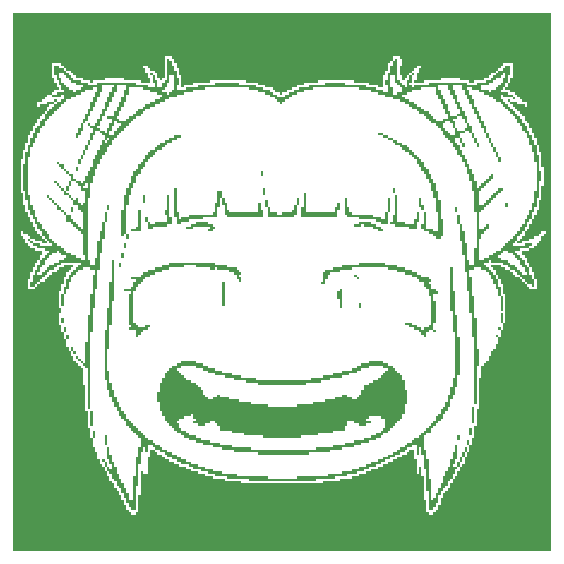
<source format=gbo>
G04*
G04 #@! TF.GenerationSoftware,Altium Limited,Altium Designer,18.1.6 (161)*
G04*
G04 Layer_Color=32896*
%FSLAX24Y24*%
%MOIN*%
G70*
G01*
G75*
G36*
X44520Y36040D02*
Y35960D01*
Y35880D01*
Y35800D01*
Y35720D01*
Y35640D01*
Y35560D01*
Y35480D01*
Y35400D01*
Y35320D01*
Y35240D01*
Y35160D01*
Y35080D01*
Y35000D01*
Y34920D01*
Y34840D01*
Y34760D01*
Y34680D01*
Y34600D01*
Y34520D01*
Y34440D01*
Y34360D01*
Y34280D01*
Y34200D01*
Y34120D01*
Y34040D01*
Y33960D01*
Y33880D01*
Y33800D01*
Y33720D01*
Y33640D01*
Y33560D01*
Y33480D01*
Y33400D01*
Y33320D01*
Y33240D01*
Y33160D01*
Y33080D01*
Y33000D01*
Y32920D01*
Y32840D01*
Y32760D01*
Y32680D01*
Y32600D01*
Y32520D01*
Y32440D01*
Y32360D01*
Y32280D01*
Y32200D01*
Y32120D01*
Y32040D01*
Y31960D01*
Y31880D01*
Y31800D01*
Y31720D01*
Y31640D01*
Y31560D01*
Y31480D01*
Y31400D01*
Y31320D01*
Y31240D01*
Y31160D01*
Y31080D01*
Y31000D01*
Y30920D01*
Y30840D01*
Y30760D01*
Y30680D01*
Y30600D01*
Y30520D01*
Y30440D01*
Y30360D01*
Y30280D01*
Y30200D01*
Y30120D01*
Y30040D01*
Y29960D01*
Y29880D01*
Y29800D01*
Y29720D01*
Y29640D01*
Y29560D01*
Y29480D01*
Y29400D01*
Y29320D01*
Y29240D01*
Y29160D01*
Y29080D01*
Y29000D01*
Y28920D01*
Y28840D01*
Y28760D01*
Y28680D01*
Y28600D01*
Y28520D01*
Y28440D01*
Y28360D01*
Y28280D01*
Y28200D01*
Y28120D01*
Y28040D01*
Y27960D01*
Y27880D01*
Y27800D01*
Y27720D01*
Y27640D01*
Y27560D01*
Y27480D01*
Y27400D01*
Y27320D01*
Y27240D01*
Y27160D01*
Y27080D01*
Y27000D01*
Y26920D01*
Y26840D01*
Y26760D01*
Y26680D01*
Y26600D01*
Y26520D01*
Y26440D01*
Y26360D01*
Y26280D01*
Y26200D01*
Y26120D01*
Y26040D01*
Y25960D01*
Y25880D01*
Y25800D01*
Y25720D01*
Y25640D01*
Y25560D01*
Y25480D01*
Y25400D01*
Y25320D01*
Y25240D01*
Y25160D01*
Y25080D01*
Y25000D01*
Y24920D01*
Y24840D01*
Y24760D01*
Y24680D01*
Y24600D01*
Y24520D01*
Y24440D01*
Y24360D01*
Y24280D01*
Y24200D01*
Y24120D01*
Y24040D01*
Y23960D01*
Y23880D01*
Y23800D01*
Y23720D01*
Y23640D01*
Y23560D01*
Y23480D01*
Y23400D01*
Y23320D01*
Y23240D01*
Y23160D01*
Y23080D01*
Y23000D01*
Y22920D01*
Y22840D01*
Y22760D01*
Y22680D01*
Y22600D01*
Y22520D01*
Y22440D01*
Y22360D01*
Y22280D01*
Y22200D01*
Y22120D01*
Y22040D01*
Y21960D01*
Y21880D01*
Y21800D01*
Y21720D01*
Y21640D01*
Y21560D01*
Y21480D01*
Y21400D01*
Y21320D01*
Y21240D01*
Y21160D01*
Y21080D01*
Y21000D01*
Y20920D01*
Y20840D01*
Y20760D01*
Y20680D01*
Y20600D01*
Y20520D01*
Y20440D01*
Y20360D01*
Y20280D01*
Y20200D01*
Y20120D01*
Y20040D01*
Y19960D01*
Y19880D01*
Y19800D01*
Y19720D01*
Y19640D01*
Y19560D01*
Y19480D01*
Y19400D01*
Y19320D01*
Y19240D01*
Y19160D01*
Y19080D01*
Y19000D01*
Y18920D01*
Y18840D01*
Y18760D01*
Y18680D01*
Y18600D01*
Y18520D01*
Y18440D01*
Y18360D01*
Y18280D01*
Y18200D01*
X26600D01*
Y18280D01*
Y18360D01*
Y18440D01*
Y18520D01*
Y18600D01*
Y18680D01*
Y18760D01*
Y18840D01*
Y18920D01*
Y19000D01*
Y19080D01*
Y19160D01*
Y19240D01*
Y19320D01*
Y19400D01*
Y19480D01*
Y19560D01*
Y19640D01*
Y19720D01*
Y19800D01*
Y19880D01*
Y19960D01*
Y20040D01*
Y20120D01*
Y20200D01*
Y20280D01*
Y20360D01*
Y20440D01*
Y20520D01*
Y20600D01*
Y20680D01*
Y20760D01*
Y20840D01*
Y20920D01*
Y21000D01*
Y21080D01*
Y21160D01*
Y21240D01*
Y21320D01*
Y21400D01*
Y21480D01*
Y21560D01*
Y21640D01*
Y21720D01*
Y21800D01*
Y21880D01*
Y21960D01*
Y22040D01*
Y22120D01*
Y22200D01*
Y22280D01*
Y22360D01*
Y22440D01*
Y22520D01*
Y22600D01*
Y22680D01*
Y22760D01*
Y22840D01*
Y22920D01*
Y23000D01*
Y23080D01*
Y23160D01*
Y23240D01*
Y23320D01*
Y23400D01*
Y23480D01*
Y23560D01*
Y23640D01*
Y23720D01*
Y23800D01*
Y23880D01*
Y23960D01*
Y24040D01*
Y24120D01*
Y24200D01*
Y24280D01*
Y24360D01*
Y24440D01*
Y24520D01*
Y24600D01*
Y24680D01*
Y24760D01*
Y24840D01*
Y24920D01*
Y25000D01*
Y25080D01*
Y25160D01*
Y25240D01*
Y25320D01*
Y25400D01*
Y25480D01*
Y25560D01*
Y25640D01*
Y25720D01*
Y25800D01*
Y25880D01*
Y25960D01*
Y26040D01*
Y26120D01*
Y26200D01*
Y26280D01*
Y26360D01*
Y26440D01*
Y26520D01*
Y26600D01*
Y26680D01*
Y26760D01*
Y26840D01*
Y26920D01*
Y27000D01*
Y27080D01*
Y27160D01*
Y27240D01*
Y27320D01*
Y27400D01*
Y27480D01*
Y27560D01*
Y27640D01*
Y27720D01*
Y27800D01*
Y27880D01*
Y27960D01*
Y28040D01*
Y28120D01*
Y28200D01*
Y28280D01*
Y28360D01*
Y28440D01*
Y28520D01*
Y28600D01*
Y28680D01*
Y28760D01*
Y28840D01*
Y28920D01*
Y29000D01*
Y29080D01*
Y29160D01*
Y29240D01*
Y29320D01*
Y29400D01*
Y29480D01*
Y29560D01*
Y29640D01*
Y29720D01*
Y29800D01*
Y29880D01*
Y29960D01*
Y30040D01*
Y30120D01*
Y30200D01*
Y30280D01*
Y30360D01*
Y30440D01*
Y30520D01*
Y30600D01*
Y30680D01*
Y30760D01*
Y30840D01*
Y30920D01*
Y31000D01*
Y31080D01*
Y31160D01*
Y31240D01*
Y31320D01*
Y31400D01*
Y31480D01*
Y31560D01*
Y31640D01*
Y31720D01*
Y31800D01*
Y31880D01*
Y31960D01*
Y32040D01*
Y32120D01*
Y32200D01*
Y32280D01*
Y32360D01*
Y32440D01*
Y32520D01*
Y32600D01*
Y32680D01*
Y32760D01*
Y32840D01*
Y32920D01*
Y33000D01*
Y33080D01*
Y33160D01*
Y33240D01*
Y33320D01*
Y33400D01*
Y33480D01*
Y33560D01*
Y33640D01*
Y33720D01*
Y33800D01*
Y33880D01*
Y33960D01*
Y34040D01*
Y34120D01*
Y34200D01*
Y34280D01*
Y34360D01*
Y34440D01*
Y34520D01*
Y34600D01*
Y34680D01*
Y34760D01*
Y34840D01*
Y34920D01*
Y35000D01*
Y35080D01*
Y35160D01*
Y35240D01*
Y35320D01*
Y35400D01*
Y35480D01*
Y35560D01*
Y35640D01*
Y35720D01*
Y35800D01*
Y35880D01*
Y35960D01*
Y36040D01*
Y36120D01*
X44520D01*
Y36040D01*
D02*
G37*
%LPC*%
G36*
X42760Y34200D02*
X42680D01*
Y34120D01*
X42760D01*
Y34200D01*
D02*
G37*
G36*
X40200Y34360D02*
X40040D01*
Y34280D01*
X39960D01*
Y34200D01*
X39880D01*
Y34120D01*
X39960D01*
Y34040D01*
X39880D01*
Y34120D01*
X39800D01*
Y34040D01*
X39880D01*
Y33960D01*
Y33880D01*
Y33800D01*
X39800D01*
Y33720D01*
X39880D01*
Y33640D01*
X39960D01*
Y33720D01*
X40440D01*
Y33800D01*
X41720D01*
Y33720D01*
X42040D01*
Y33800D01*
X42360D01*
Y33880D01*
X42520D01*
Y33960D01*
X42600D01*
Y34040D01*
X42680D01*
Y34120D01*
X42520D01*
Y34040D01*
X42440D01*
Y33960D01*
X42280D01*
Y33880D01*
X41960D01*
Y33800D01*
X41800D01*
Y33880D01*
X41480D01*
Y33960D01*
X40840D01*
Y33880D01*
X40280D01*
Y33800D01*
X39960D01*
Y33880D01*
X40040D01*
Y33960D01*
Y34040D01*
Y34120D01*
X40120D01*
Y34200D01*
Y34280D01*
X40200D01*
Y34360D01*
D02*
G37*
G36*
X43240Y34440D02*
X42920D01*
Y34360D01*
X42840D01*
Y34280D01*
X42760D01*
Y34200D01*
X42920D01*
Y34280D01*
X43000D01*
Y34360D01*
X43160D01*
Y34280D01*
Y34200D01*
Y34120D01*
Y34040D01*
X43080D01*
Y33960D01*
Y33880D01*
Y33800D01*
X43160D01*
Y33880D01*
Y33960D01*
X43240D01*
Y34040D01*
Y34120D01*
Y34200D01*
Y34280D01*
Y34360D01*
Y34440D01*
D02*
G37*
G36*
X43080Y33800D02*
X43000D01*
Y33720D01*
Y33640D01*
X43080D01*
Y33720D01*
Y33800D01*
D02*
G37*
G36*
X39480Y34680D02*
X39240D01*
Y34600D01*
Y34520D01*
X39320D01*
Y34600D01*
X39400D01*
Y34520D01*
Y34440D01*
Y34360D01*
Y34280D01*
Y34200D01*
Y34120D01*
Y34040D01*
Y33960D01*
Y33880D01*
X39480D01*
Y33800D01*
X39560D01*
Y33720D01*
X39640D01*
Y33640D01*
X39720D01*
Y33720D01*
Y33800D01*
Y33880D01*
X39800D01*
Y33960D01*
Y34040D01*
X39720D01*
Y33960D01*
X39640D01*
Y33880D01*
X39560D01*
Y33960D01*
Y34040D01*
X39480D01*
Y34120D01*
Y34200D01*
Y34280D01*
Y34360D01*
X39560D01*
Y34440D01*
Y34520D01*
Y34600D01*
X39480D01*
Y34680D01*
D02*
G37*
G36*
X43000Y34120D02*
X42920D01*
Y34040D01*
X42840D01*
Y33960D01*
X42680D01*
Y33880D01*
X42600D01*
Y33800D01*
X42440D01*
Y33720D01*
X42200D01*
Y33640D01*
Y33560D01*
X42440D01*
Y33480D01*
X42520D01*
Y33560D01*
X42680D01*
Y33640D01*
X42760D01*
Y33720D01*
X42840D01*
Y33800D01*
X42920D01*
Y33880D01*
Y33960D01*
X43000D01*
Y34040D01*
Y34120D01*
D02*
G37*
G36*
X31880Y34680D02*
X31640D01*
Y34600D01*
Y34520D01*
Y34440D01*
Y34360D01*
Y34280D01*
Y34200D01*
Y34120D01*
Y34040D01*
Y33960D01*
X31560D01*
Y33880D01*
X31480D01*
Y33960D01*
X31400D01*
Y34040D01*
Y34120D01*
X31320D01*
Y34200D01*
X31160D01*
Y34280D01*
X31080D01*
Y34360D01*
X30920D01*
Y34280D01*
X31000D01*
Y34200D01*
Y34120D01*
X31080D01*
Y34040D01*
Y33960D01*
X31160D01*
Y33880D01*
Y33800D01*
X30840D01*
Y33880D01*
X30280D01*
Y33960D01*
X29640D01*
Y33880D01*
X29240D01*
Y33800D01*
X29160D01*
Y33880D01*
X28920D01*
Y33960D01*
X28680D01*
Y34040D01*
X28600D01*
Y34120D01*
X28520D01*
Y34200D01*
X28360D01*
Y34280D01*
X28280D01*
Y34360D01*
X28200D01*
Y34440D01*
X27880D01*
Y34360D01*
Y34280D01*
Y34200D01*
Y34120D01*
Y34040D01*
Y33960D01*
X27960D01*
Y33880D01*
Y33800D01*
X28040D01*
Y33720D01*
Y33640D01*
X28120D01*
Y33560D01*
X27960D01*
Y33480D01*
X27880D01*
Y33400D01*
X28040D01*
Y33480D01*
X28280D01*
Y33560D01*
X28200D01*
Y33640D01*
Y33720D01*
X28120D01*
Y33800D01*
Y33880D01*
X28040D01*
Y33960D01*
Y34040D01*
X27960D01*
Y34120D01*
Y34200D01*
Y34280D01*
Y34360D01*
X28120D01*
Y34280D01*
X28280D01*
Y34200D01*
X28360D01*
Y34120D01*
X28440D01*
Y34040D01*
X28520D01*
Y33960D01*
X28600D01*
Y33880D01*
X28840D01*
Y33800D01*
X29080D01*
Y33720D01*
X29400D01*
Y33800D01*
X30680D01*
Y33720D01*
X31080D01*
Y33640D01*
X31320D01*
Y33720D01*
Y33800D01*
X31240D01*
Y33880D01*
Y33960D01*
Y34040D01*
X31160D01*
Y34120D01*
X31240D01*
Y34040D01*
X31320D01*
Y33960D01*
Y33880D01*
X31400D01*
Y33800D01*
Y33720D01*
Y33640D01*
X31560D01*
Y33720D01*
Y33800D01*
X31640D01*
Y33880D01*
X31720D01*
Y33960D01*
Y34040D01*
Y34120D01*
Y34200D01*
Y34280D01*
Y34360D01*
Y34440D01*
Y34520D01*
Y34600D01*
X31800D01*
Y34520D01*
X31880D01*
Y34440D01*
Y34360D01*
X31960D01*
Y34280D01*
Y34200D01*
X32040D01*
Y34120D01*
Y34040D01*
Y33960D01*
X32120D01*
Y33880D01*
Y33800D01*
Y33720D01*
X32040D01*
Y33640D01*
Y33560D01*
X32360D01*
Y33640D01*
X32760D01*
Y33720D01*
X33320D01*
Y33800D01*
X34120D01*
Y33720D01*
X34680D01*
Y33640D01*
X34920D01*
Y33560D01*
X35160D01*
Y33480D01*
X35240D01*
Y33400D01*
X35400D01*
Y33320D01*
X35640D01*
Y33400D01*
X35800D01*
Y33480D01*
X35960D01*
Y33560D01*
X36120D01*
Y33640D01*
X36440D01*
Y33720D01*
X37000D01*
Y33800D01*
X37640D01*
Y33720D01*
X38360D01*
Y33640D01*
X38680D01*
Y33560D01*
X38920D01*
Y33480D01*
X39080D01*
Y33560D01*
Y33640D01*
Y33720D01*
X39000D01*
Y33800D01*
Y33880D01*
X39080D01*
Y33960D01*
Y34040D01*
Y34120D01*
X39160D01*
Y34200D01*
Y34280D01*
Y34360D01*
X39240D01*
Y34440D01*
Y34520D01*
X39160D01*
Y34440D01*
X39080D01*
Y34360D01*
Y34280D01*
Y34200D01*
X39000D01*
Y34120D01*
Y34040D01*
X38920D01*
Y33960D01*
Y33880D01*
Y33800D01*
Y33720D01*
Y33640D01*
X38760D01*
Y33720D01*
X38440D01*
Y33800D01*
X37960D01*
Y33880D01*
X36760D01*
Y33800D01*
X36280D01*
Y33720D01*
X36040D01*
Y33640D01*
X35880D01*
Y33560D01*
X35720D01*
Y33480D01*
X35560D01*
Y33400D01*
X35480D01*
Y33480D01*
X35320D01*
Y33560D01*
X35240D01*
Y33640D01*
X35000D01*
Y33720D01*
X34760D01*
Y33800D01*
X34360D01*
Y33880D01*
X33160D01*
Y33800D01*
X32600D01*
Y33720D01*
X32280D01*
Y33640D01*
X32200D01*
Y33720D01*
Y33800D01*
Y33880D01*
Y33960D01*
Y34040D01*
X32120D01*
Y34120D01*
Y34200D01*
Y34280D01*
X32040D01*
Y34360D01*
Y34440D01*
X31960D01*
Y34520D01*
Y34600D01*
X31880D01*
Y34680D01*
D02*
G37*
G36*
X28280Y34120D02*
X28120D01*
Y34040D01*
Y33960D01*
X28200D01*
Y33880D01*
Y33800D01*
X28280D01*
Y33720D01*
X28360D01*
Y33640D01*
X28440D01*
Y33560D01*
X28600D01*
Y33480D01*
X28680D01*
Y33560D01*
X28840D01*
Y33640D01*
X28920D01*
Y33720D01*
X28680D01*
Y33800D01*
X28520D01*
Y33880D01*
X28440D01*
Y33960D01*
X28360D01*
Y34040D01*
X28280D01*
Y34120D01*
D02*
G37*
G36*
X39320Y34040D02*
X39160D01*
Y33960D01*
Y33880D01*
Y33800D01*
Y33720D01*
Y33640D01*
X39240D01*
Y33560D01*
Y33480D01*
Y33400D01*
X39400D01*
Y33480D01*
X39560D01*
Y33560D01*
Y33640D01*
X39480D01*
Y33720D01*
X39400D01*
Y33800D01*
X39320D01*
Y33880D01*
Y33960D01*
Y34040D01*
D02*
G37*
G36*
X31960D02*
X31800D01*
Y33960D01*
Y33880D01*
Y33800D01*
X31720D01*
Y33720D01*
Y33640D01*
X31640D01*
Y33560D01*
X31560D01*
Y33480D01*
X31720D01*
Y33400D01*
X31800D01*
Y33480D01*
X31880D01*
Y33560D01*
X31960D01*
Y33640D01*
Y33720D01*
Y33800D01*
Y33880D01*
Y33960D01*
Y34040D01*
D02*
G37*
G36*
X28280Y33400D02*
X28200D01*
Y33320D01*
X27880D01*
Y33400D01*
X27720D01*
Y33320D01*
X27640D01*
Y33240D01*
X27560D01*
Y33160D01*
X27400D01*
Y33080D01*
Y33000D01*
X27480D01*
Y33080D01*
X27720D01*
Y33160D01*
X27960D01*
Y33080D01*
X28040D01*
Y33160D01*
X27960D01*
Y33240D01*
X28040D01*
Y33160D01*
X28200D01*
Y33240D01*
X28280D01*
Y33320D01*
Y33400D01*
D02*
G37*
G36*
X43000Y33640D02*
X42920D01*
Y33560D01*
X42840D01*
Y33480D01*
X43080D01*
Y33400D01*
X43240D01*
Y33320D01*
X43320D01*
Y33240D01*
X43240D01*
Y33320D01*
X42920D01*
Y33400D01*
X42840D01*
Y33320D01*
Y33240D01*
X42920D01*
Y33160D01*
X43000D01*
Y33080D01*
X43080D01*
Y33000D01*
X43160D01*
Y32920D01*
X43240D01*
Y32840D01*
X43320D01*
Y32760D01*
X43400D01*
Y32680D01*
X43480D01*
Y32600D01*
X43560D01*
Y32520D01*
Y32440D01*
X43640D01*
Y32360D01*
X43720D01*
Y32280D01*
Y32200D01*
X43800D01*
Y32120D01*
Y32040D01*
X43880D01*
Y31960D01*
Y31880D01*
X43960D01*
Y31800D01*
Y31720D01*
X44040D01*
Y31640D01*
Y31560D01*
Y31480D01*
Y31400D01*
X44120D01*
Y31320D01*
Y31240D01*
Y31160D01*
Y31080D01*
Y31000D01*
Y30920D01*
Y30840D01*
X44200D01*
Y30760D01*
Y30680D01*
Y30600D01*
Y30520D01*
X44120D01*
Y30440D01*
Y30360D01*
Y30280D01*
Y30200D01*
Y30120D01*
Y30040D01*
Y29960D01*
X44040D01*
Y29880D01*
Y29800D01*
Y29720D01*
Y29640D01*
X43960D01*
Y29560D01*
Y29480D01*
X43880D01*
Y29400D01*
Y29320D01*
Y29240D01*
X43960D01*
Y29320D01*
Y29400D01*
X44040D01*
Y29480D01*
Y29560D01*
X44120D01*
Y29640D01*
Y29720D01*
Y29800D01*
Y29880D01*
X44200D01*
Y29960D01*
Y30040D01*
Y30120D01*
Y30200D01*
Y30280D01*
Y30360D01*
X44280D01*
Y30440D01*
Y30520D01*
Y30600D01*
Y30680D01*
Y30760D01*
Y30840D01*
Y30920D01*
Y31000D01*
X44200D01*
Y31080D01*
Y31160D01*
Y31240D01*
Y31320D01*
Y31400D01*
Y31480D01*
X44120D01*
Y31560D01*
Y31640D01*
Y31720D01*
X44040D01*
Y31800D01*
Y31880D01*
Y31960D01*
X43960D01*
Y32040D01*
Y32120D01*
X43880D01*
Y32200D01*
Y32280D01*
X43800D01*
Y32360D01*
Y32440D01*
X43720D01*
Y32520D01*
X43640D01*
Y32600D01*
Y32680D01*
X43560D01*
Y32760D01*
X43480D01*
Y32840D01*
X43400D01*
Y32920D01*
X43320D01*
Y33000D01*
X43240D01*
Y33080D01*
X43160D01*
Y33160D01*
X43080D01*
Y33240D01*
X43160D01*
Y33160D01*
X43400D01*
Y33080D01*
X43640D01*
Y33000D01*
X43720D01*
Y33080D01*
Y33160D01*
X43560D01*
Y33240D01*
X43480D01*
Y33320D01*
X43400D01*
Y33400D01*
X43320D01*
Y33480D01*
X43160D01*
Y33560D01*
X43000D01*
Y33640D01*
D02*
G37*
G36*
X38120D02*
X36600D01*
Y33560D01*
X36280D01*
Y33480D01*
X36040D01*
Y33400D01*
X35880D01*
Y33320D01*
X35800D01*
Y33240D01*
X35640D01*
Y33160D01*
X35560D01*
Y33080D01*
X35480D01*
Y33160D01*
X35400D01*
Y33240D01*
X35320D01*
Y33320D01*
X35160D01*
Y33400D01*
X35000D01*
Y33480D01*
X34760D01*
Y33560D01*
X34440D01*
Y33640D01*
X33000D01*
Y33560D01*
X32600D01*
Y33480D01*
X32280D01*
Y33400D01*
X32040D01*
Y33320D01*
X31800D01*
Y33240D01*
X31640D01*
Y33160D01*
X31480D01*
Y33080D01*
X31320D01*
Y33000D01*
X31160D01*
Y32920D01*
X31000D01*
Y32840D01*
X30920D01*
Y32760D01*
X30840D01*
Y32680D01*
X30680D01*
Y32600D01*
X30600D01*
Y32520D01*
X30520D01*
Y32440D01*
X30440D01*
Y32360D01*
X30360D01*
Y32280D01*
X30280D01*
Y32200D01*
X30200D01*
Y32120D01*
X30120D01*
Y32040D01*
X30040D01*
Y31960D01*
X29960D01*
Y31880D01*
X29880D01*
Y31800D01*
Y31720D01*
X29800D01*
Y31640D01*
X29720D01*
Y31560D01*
Y31480D01*
X29640D01*
Y31400D01*
X29560D01*
Y31320D01*
Y31240D01*
X29480D01*
Y31160D01*
Y31080D01*
X29400D01*
Y31000D01*
Y30920D01*
X29320D01*
Y30840D01*
Y30760D01*
Y30680D01*
X29240D01*
Y30600D01*
Y30520D01*
Y30440D01*
X29160D01*
Y30360D01*
Y30280D01*
Y30200D01*
Y30120D01*
Y30040D01*
Y29960D01*
X29080D01*
Y29880D01*
Y29800D01*
Y29720D01*
Y29640D01*
Y29560D01*
Y29480D01*
Y29400D01*
Y29320D01*
Y29240D01*
Y29160D01*
Y29080D01*
Y29000D01*
Y28920D01*
Y28840D01*
Y28760D01*
Y28680D01*
Y28600D01*
Y28520D01*
Y28440D01*
Y28360D01*
Y28280D01*
Y28200D01*
Y28120D01*
Y28040D01*
Y27960D01*
Y27880D01*
X29160D01*
Y27800D01*
Y27720D01*
X29320D01*
Y27800D01*
Y27880D01*
Y27960D01*
X29400D01*
Y28040D01*
Y28120D01*
Y28200D01*
Y28280D01*
Y28360D01*
Y28440D01*
Y28520D01*
X29480D01*
Y28600D01*
Y28680D01*
Y28760D01*
Y28840D01*
X29560D01*
Y28920D01*
Y29000D01*
Y29080D01*
Y29160D01*
X29640D01*
Y29080D01*
Y29000D01*
Y28920D01*
Y28840D01*
Y28760D01*
Y28680D01*
Y28600D01*
X29560D01*
Y28520D01*
Y28440D01*
Y28360D01*
Y28280D01*
Y28200D01*
Y28120D01*
X29480D01*
Y28040D01*
Y27960D01*
Y27880D01*
Y27800D01*
Y27720D01*
Y27640D01*
Y27560D01*
X29400D01*
Y27480D01*
Y27400D01*
Y27320D01*
Y27240D01*
Y27160D01*
Y27080D01*
Y27000D01*
Y26920D01*
X29320D01*
Y26840D01*
Y26760D01*
Y26680D01*
Y26600D01*
Y26520D01*
Y26440D01*
Y26360D01*
Y26280D01*
X29240D01*
Y26200D01*
Y26120D01*
Y26040D01*
Y25960D01*
Y25880D01*
Y25800D01*
Y25720D01*
Y25640D01*
Y25560D01*
Y25480D01*
X29160D01*
Y25400D01*
Y25320D01*
Y25240D01*
Y25160D01*
Y25080D01*
Y25000D01*
Y24920D01*
Y24840D01*
Y24760D01*
Y24680D01*
Y24600D01*
Y24520D01*
Y24440D01*
Y24360D01*
Y24280D01*
Y24200D01*
Y24120D01*
Y24040D01*
Y23960D01*
Y23880D01*
Y23800D01*
Y23720D01*
Y23640D01*
Y23560D01*
Y23480D01*
Y23400D01*
Y23320D01*
Y23240D01*
Y23160D01*
Y23080D01*
Y23000D01*
Y22920D01*
X29080D01*
Y23000D01*
Y23080D01*
Y23160D01*
Y23240D01*
Y23320D01*
Y23400D01*
Y23480D01*
Y23560D01*
Y23640D01*
Y23720D01*
Y23800D01*
Y23880D01*
Y23960D01*
Y24040D01*
Y24120D01*
Y24200D01*
Y24280D01*
X29000D01*
Y24360D01*
X28920D01*
Y24440D01*
X28840D01*
Y24520D01*
X28760D01*
Y24600D01*
X28680D01*
Y24680D01*
X28760D01*
Y24600D01*
X28840D01*
Y24520D01*
X28920D01*
Y24440D01*
X29000D01*
Y24520D01*
Y24600D01*
Y24680D01*
Y24760D01*
Y24840D01*
Y24920D01*
Y25000D01*
Y25080D01*
Y25160D01*
X29080D01*
Y25240D01*
Y25320D01*
Y25400D01*
Y25480D01*
Y25560D01*
Y25640D01*
Y25720D01*
Y25800D01*
Y25880D01*
Y25960D01*
Y26040D01*
X29160D01*
Y26120D01*
Y26200D01*
Y26280D01*
Y26360D01*
Y26440D01*
Y26520D01*
Y26600D01*
Y26680D01*
Y26760D01*
X29240D01*
Y26840D01*
Y26920D01*
Y27000D01*
Y27080D01*
Y27160D01*
Y27240D01*
Y27320D01*
Y27400D01*
X29320D01*
Y27480D01*
Y27560D01*
X29160D01*
Y27640D01*
X28920D01*
Y27560D01*
X28760D01*
Y27480D01*
X28680D01*
Y27400D01*
X28600D01*
Y27320D01*
X28520D01*
Y27240D01*
Y27160D01*
X28440D01*
Y27080D01*
Y27000D01*
Y26920D01*
X28360D01*
Y26840D01*
Y26760D01*
X28280D01*
Y26840D01*
Y26920D01*
Y27000D01*
X28360D01*
Y27080D01*
Y27160D01*
Y27240D01*
X28440D01*
Y27320D01*
Y27400D01*
X28520D01*
Y27480D01*
X28600D01*
Y27560D01*
X28680D01*
Y27640D01*
X28760D01*
Y27720D01*
X28840D01*
Y27800D01*
X28200D01*
Y27720D01*
X28040D01*
Y27640D01*
X27960D01*
Y27560D01*
X27800D01*
Y27480D01*
X27720D01*
Y27400D01*
X27640D01*
Y27320D01*
X27560D01*
Y27240D01*
X27480D01*
Y27160D01*
X27640D01*
Y27240D01*
X27720D01*
Y27320D01*
X27800D01*
Y27400D01*
X27880D01*
Y27480D01*
X28040D01*
Y27560D01*
X28120D01*
Y27640D01*
X28280D01*
Y27720D01*
X28600D01*
Y27640D01*
X28520D01*
Y27560D01*
X28440D01*
Y27480D01*
X28360D01*
Y27400D01*
Y27320D01*
X28280D01*
Y27240D01*
Y27160D01*
Y27080D01*
X28200D01*
Y27000D01*
Y26920D01*
Y26840D01*
X28120D01*
Y26760D01*
Y26680D01*
Y26600D01*
Y26520D01*
Y26440D01*
Y26360D01*
Y26280D01*
X28200D01*
Y26200D01*
Y26120D01*
X28120D01*
Y26040D01*
Y25960D01*
Y25880D01*
Y25800D01*
Y25720D01*
X28200D01*
Y25640D01*
Y25560D01*
Y25480D01*
X28280D01*
Y25400D01*
Y25320D01*
Y25240D01*
X28360D01*
Y25160D01*
Y25080D01*
Y25000D01*
X28440D01*
Y24920D01*
Y24840D01*
X28520D01*
Y24760D01*
Y24680D01*
X28600D01*
Y24600D01*
Y24520D01*
X28680D01*
Y24440D01*
X28760D01*
Y24360D01*
X28840D01*
Y24280D01*
X28920D01*
Y24200D01*
Y24120D01*
Y24040D01*
Y23960D01*
Y23880D01*
Y23800D01*
Y23720D01*
X29000D01*
Y23640D01*
Y23560D01*
Y23480D01*
Y23400D01*
Y23320D01*
Y23240D01*
Y23160D01*
Y23080D01*
Y23000D01*
Y22920D01*
Y22840D01*
X29080D01*
Y22760D01*
Y22680D01*
Y22600D01*
Y22520D01*
Y22440D01*
Y22360D01*
Y22280D01*
X29160D01*
Y22200D01*
Y22120D01*
Y22040D01*
Y21960D01*
X29240D01*
Y21880D01*
Y21800D01*
Y21720D01*
Y21640D01*
X29320D01*
Y21560D01*
Y21480D01*
X29400D01*
Y21400D01*
Y21320D01*
Y21240D01*
X29480D01*
Y21160D01*
Y21080D01*
X29560D01*
Y21000D01*
X29640D01*
Y20920D01*
Y20840D01*
X29720D01*
Y20760D01*
Y20680D01*
X29800D01*
Y20600D01*
Y20520D01*
X29880D01*
Y20440D01*
X29960D01*
Y20360D01*
Y20280D01*
X30040D01*
Y20200D01*
X30120D01*
Y20120D01*
Y20040D01*
X30200D01*
Y19960D01*
Y19880D01*
X30280D01*
Y19800D01*
Y19720D01*
X30360D01*
Y19640D01*
Y19560D01*
X30440D01*
Y19480D01*
X30520D01*
Y19400D01*
X30680D01*
Y19480D01*
X30760D01*
Y19560D01*
Y19640D01*
Y19720D01*
Y19800D01*
Y19880D01*
Y19960D01*
Y20040D01*
X30840D01*
Y20120D01*
Y20200D01*
Y20280D01*
Y20360D01*
Y20440D01*
Y20520D01*
Y20600D01*
Y20680D01*
Y20760D01*
Y20840D01*
X30920D01*
Y20760D01*
X31080D01*
Y20840D01*
Y20920D01*
Y21000D01*
Y21080D01*
Y21160D01*
Y21240D01*
Y21320D01*
X31160D01*
Y21400D01*
Y21480D01*
Y21560D01*
X31320D01*
Y21480D01*
X31400D01*
Y21400D01*
X31560D01*
Y21320D01*
X31640D01*
Y21240D01*
X31800D01*
Y21160D01*
X31960D01*
Y21080D01*
X32120D01*
Y21000D01*
X32360D01*
Y20920D01*
X32520D01*
Y20840D01*
X32760D01*
Y20760D01*
X33000D01*
Y20680D01*
X33240D01*
Y20600D01*
X33640D01*
Y20520D01*
X34200D01*
Y20440D01*
X36920D01*
Y20520D01*
X37480D01*
Y20600D01*
X37880D01*
Y20680D01*
X38120D01*
Y20760D01*
X38360D01*
Y20840D01*
X38520D01*
Y20920D01*
X38760D01*
Y21000D01*
X38920D01*
Y21080D01*
X39080D01*
Y21160D01*
X39240D01*
Y21240D01*
X39400D01*
Y21320D01*
X39560D01*
Y21400D01*
X39720D01*
Y21480D01*
X39800D01*
Y21560D01*
X39960D01*
Y21480D01*
Y21400D01*
Y21320D01*
Y21240D01*
X40040D01*
Y21160D01*
Y21080D01*
Y21000D01*
Y20920D01*
Y20840D01*
Y20760D01*
X40120D01*
Y20840D01*
Y20920D01*
Y21000D01*
X40200D01*
Y20920D01*
Y20840D01*
Y20760D01*
Y20680D01*
X40280D01*
Y20600D01*
Y20520D01*
Y20440D01*
Y20360D01*
Y20280D01*
Y20200D01*
Y20120D01*
Y20040D01*
Y19960D01*
Y19880D01*
X40360D01*
Y19800D01*
Y19720D01*
Y19640D01*
Y19560D01*
Y19480D01*
X40440D01*
Y19400D01*
X40600D01*
Y19480D01*
X40680D01*
Y19560D01*
X40760D01*
Y19640D01*
Y19720D01*
X40840D01*
Y19800D01*
Y19880D01*
Y19960D01*
X40920D01*
Y20040D01*
Y20120D01*
X41000D01*
Y20200D01*
X41080D01*
Y20280D01*
X41160D01*
Y20360D01*
Y20440D01*
X41240D01*
Y20520D01*
Y20600D01*
X41160D01*
Y20520D01*
X41080D01*
Y20440D01*
Y20360D01*
X41000D01*
Y20280D01*
X40920D01*
Y20200D01*
X40840D01*
Y20120D01*
Y20040D01*
X40760D01*
Y19960D01*
Y19880D01*
Y19800D01*
X40680D01*
Y19720D01*
Y19640D01*
X40600D01*
Y19560D01*
X40440D01*
Y19640D01*
Y19720D01*
Y19800D01*
Y19880D01*
Y19960D01*
Y20040D01*
Y20120D01*
Y20200D01*
X40360D01*
Y20280D01*
Y20360D01*
Y20440D01*
Y20520D01*
Y20600D01*
Y20680D01*
Y20760D01*
Y20840D01*
Y20920D01*
X40280D01*
Y21000D01*
Y21080D01*
Y21160D01*
Y21240D01*
Y21320D01*
Y21400D01*
X40200D01*
Y21480D01*
Y21560D01*
Y21640D01*
X40120D01*
Y21560D01*
Y21480D01*
Y21400D01*
X40040D01*
Y21480D01*
Y21560D01*
Y21640D01*
Y21720D01*
X39880D01*
Y21640D01*
X39720D01*
Y21560D01*
X39640D01*
Y21480D01*
X39480D01*
Y21400D01*
X39320D01*
Y21320D01*
X39160D01*
Y21240D01*
X39000D01*
Y21160D01*
X38840D01*
Y21080D01*
X38680D01*
Y21000D01*
X38440D01*
Y20920D01*
X38280D01*
Y20840D01*
X38040D01*
Y20760D01*
X37720D01*
Y20680D01*
X37320D01*
Y20600D01*
X36680D01*
Y20520D01*
X34440D01*
Y20600D01*
X33720D01*
Y20680D01*
X33320D01*
Y20760D01*
X33080D01*
Y20840D01*
X32840D01*
Y20920D01*
X32600D01*
Y21000D01*
X32440D01*
Y21080D01*
X32200D01*
Y21160D01*
X32040D01*
Y21240D01*
X31880D01*
Y21320D01*
X31720D01*
Y21400D01*
X31640D01*
Y21480D01*
X31480D01*
Y21560D01*
X31320D01*
Y21640D01*
X31240D01*
Y21720D01*
X31080D01*
Y21640D01*
Y21560D01*
Y21480D01*
X31000D01*
Y21560D01*
Y21640D01*
X30920D01*
Y21560D01*
Y21480D01*
X30840D01*
Y21400D01*
Y21320D01*
Y21240D01*
Y21160D01*
Y21080D01*
X30760D01*
Y21000D01*
Y20920D01*
Y20840D01*
Y20760D01*
Y20680D01*
Y20600D01*
Y20520D01*
Y20440D01*
Y20360D01*
X30680D01*
Y20280D01*
Y20200D01*
Y20120D01*
Y20040D01*
Y19960D01*
Y19880D01*
Y19800D01*
Y19720D01*
Y19640D01*
Y19560D01*
X30520D01*
Y19640D01*
X30440D01*
Y19720D01*
Y19800D01*
X30360D01*
Y19880D01*
Y19960D01*
X30280D01*
Y20040D01*
Y20120D01*
X30200D01*
Y20200D01*
Y20280D01*
X30120D01*
Y20360D01*
X30040D01*
Y20440D01*
Y20520D01*
X29960D01*
Y20600D01*
X29880D01*
Y20680D01*
Y20760D01*
X29800D01*
Y20840D01*
X29720D01*
Y20920D01*
Y21000D01*
X29640D01*
Y21080D01*
Y21160D01*
X29560D01*
Y21240D01*
X29640D01*
Y21160D01*
X29720D01*
Y21080D01*
Y21000D01*
X29800D01*
Y20920D01*
X29880D01*
Y21000D01*
Y21080D01*
X29800D01*
Y21160D01*
Y21240D01*
X29720D01*
Y21320D01*
Y21400D01*
Y21480D01*
Y21560D01*
Y21640D01*
X29800D01*
Y21560D01*
Y21480D01*
Y21400D01*
X29880D01*
Y21320D01*
Y21240D01*
Y21160D01*
X29960D01*
Y21080D01*
Y21000D01*
X30040D01*
Y20920D01*
Y20840D01*
Y20760D01*
X30120D01*
Y20680D01*
Y20600D01*
X30200D01*
Y20520D01*
Y20440D01*
X30280D01*
Y20360D01*
Y20280D01*
X30360D01*
Y20200D01*
Y20120D01*
X30440D01*
Y20040D01*
Y19960D01*
Y19880D01*
X30600D01*
Y19960D01*
Y20040D01*
Y20120D01*
Y20200D01*
Y20280D01*
Y20360D01*
Y20440D01*
Y20520D01*
Y20600D01*
Y20680D01*
X30680D01*
Y20760D01*
Y20840D01*
Y20920D01*
Y21000D01*
Y21080D01*
Y21160D01*
Y21240D01*
Y21320D01*
X30760D01*
Y21400D01*
Y21480D01*
Y21560D01*
Y21640D01*
X30840D01*
Y21720D01*
Y21800D01*
Y21880D01*
Y21960D01*
X30760D01*
Y22040D01*
X30680D01*
Y22120D01*
X30600D01*
Y22200D01*
X30520D01*
Y22280D01*
X30440D01*
Y22360D01*
X30360D01*
Y22440D01*
Y22520D01*
X30280D01*
Y22600D01*
X30200D01*
Y22680D01*
X30120D01*
Y22760D01*
Y22840D01*
X30040D01*
Y22920D01*
Y23000D01*
X29960D01*
Y23080D01*
Y23160D01*
X29880D01*
Y23240D01*
Y23320D01*
X29800D01*
Y23400D01*
Y23480D01*
Y23560D01*
X29720D01*
Y23640D01*
Y23720D01*
Y23800D01*
Y23880D01*
X29640D01*
Y23960D01*
Y24040D01*
Y24120D01*
Y24200D01*
Y24280D01*
Y24360D01*
Y24440D01*
Y24520D01*
Y24600D01*
Y24680D01*
Y24760D01*
Y24840D01*
Y24920D01*
Y25000D01*
Y25080D01*
Y25160D01*
Y25240D01*
Y25320D01*
Y25400D01*
Y25480D01*
Y25560D01*
X29720D01*
Y25640D01*
Y25720D01*
Y25800D01*
Y25880D01*
Y25960D01*
Y26040D01*
Y26120D01*
Y26200D01*
Y26280D01*
X29800D01*
Y26360D01*
Y26440D01*
Y26520D01*
Y26600D01*
Y26680D01*
Y26760D01*
Y26840D01*
Y26920D01*
Y27000D01*
Y27080D01*
Y27160D01*
X29880D01*
Y27240D01*
Y27320D01*
Y27400D01*
Y27480D01*
Y27560D01*
Y27640D01*
Y27720D01*
Y27800D01*
Y27880D01*
X29960D01*
Y27800D01*
Y27720D01*
Y27640D01*
Y27560D01*
Y27480D01*
Y27400D01*
Y27320D01*
Y27240D01*
Y27160D01*
Y27080D01*
Y27000D01*
Y26920D01*
Y26840D01*
Y26760D01*
Y26680D01*
Y26600D01*
Y26520D01*
X29880D01*
Y26440D01*
Y26360D01*
Y26280D01*
Y26200D01*
Y26120D01*
Y26040D01*
Y25960D01*
Y25880D01*
Y25800D01*
Y25720D01*
X29800D01*
Y25640D01*
Y25560D01*
Y25480D01*
Y25400D01*
Y25320D01*
Y25240D01*
Y25160D01*
Y25080D01*
Y25000D01*
Y24920D01*
X29720D01*
Y24840D01*
Y24760D01*
Y24680D01*
Y24600D01*
Y24520D01*
Y24440D01*
Y24360D01*
Y24280D01*
Y24200D01*
X29800D01*
Y24120D01*
Y24040D01*
Y23960D01*
Y23880D01*
Y23800D01*
X29880D01*
Y23720D01*
Y23640D01*
Y23560D01*
X29960D01*
Y23480D01*
Y23400D01*
Y23320D01*
X30040D01*
Y23240D01*
Y23160D01*
X30120D01*
Y23080D01*
Y23000D01*
X30200D01*
Y22920D01*
Y22840D01*
X30280D01*
Y22760D01*
X30360D01*
Y22680D01*
Y22600D01*
X30440D01*
Y22520D01*
X30520D01*
Y22440D01*
X30600D01*
Y22360D01*
X30680D01*
Y22280D01*
X30760D01*
Y22200D01*
X30840D01*
Y22120D01*
X30920D01*
Y22040D01*
X31000D01*
Y21960D01*
X31080D01*
Y21880D01*
X31240D01*
Y21800D01*
X31320D01*
Y21720D01*
X31480D01*
Y21640D01*
X31560D01*
Y21560D01*
X31720D01*
Y21480D01*
X31880D01*
Y21400D01*
X32040D01*
Y21320D01*
X32200D01*
Y21240D01*
X32360D01*
Y21160D01*
X32520D01*
Y21080D01*
X32760D01*
Y21000D01*
X33000D01*
Y20920D01*
X33240D01*
Y20840D01*
X33560D01*
Y20760D01*
X34040D01*
Y20680D01*
X35080D01*
Y20600D01*
X36040D01*
Y20680D01*
X37080D01*
Y20760D01*
X37560D01*
Y20840D01*
X37880D01*
Y20920D01*
X38120D01*
Y21000D01*
X38360D01*
Y21080D01*
X38520D01*
Y21160D01*
X38760D01*
Y21240D01*
X38920D01*
Y21320D01*
X39080D01*
Y21400D01*
X39240D01*
Y21480D01*
X39400D01*
Y21560D01*
X39480D01*
Y21640D01*
X39640D01*
Y21720D01*
X39720D01*
Y21800D01*
X39880D01*
Y21880D01*
X39960D01*
Y21960D01*
X40120D01*
Y22040D01*
X40200D01*
Y22120D01*
X40280D01*
Y22200D01*
X40360D01*
Y22280D01*
X40440D01*
Y22360D01*
X40520D01*
Y22440D01*
X40600D01*
Y22520D01*
X40680D01*
Y22600D01*
Y22680D01*
X40760D01*
Y22760D01*
X40840D01*
Y22840D01*
Y22920D01*
X40920D01*
Y23000D01*
X41000D01*
Y23080D01*
Y23160D01*
X41080D01*
Y23240D01*
Y23320D01*
Y23400D01*
X41160D01*
Y23480D01*
Y23560D01*
Y23640D01*
X41240D01*
Y23720D01*
Y23800D01*
Y23880D01*
Y23960D01*
X41320D01*
Y24040D01*
Y24120D01*
Y24200D01*
Y24280D01*
Y24360D01*
Y24440D01*
Y24520D01*
Y24600D01*
Y24680D01*
Y24760D01*
Y24840D01*
Y24920D01*
Y25000D01*
Y25080D01*
Y25160D01*
Y25240D01*
Y25320D01*
Y25400D01*
Y25480D01*
X41240D01*
Y25560D01*
Y25640D01*
Y25720D01*
Y25800D01*
Y25880D01*
Y25960D01*
Y26040D01*
Y26120D01*
Y26200D01*
X41160D01*
Y26280D01*
Y26360D01*
Y26440D01*
Y26520D01*
Y26600D01*
Y26680D01*
Y26760D01*
Y26840D01*
Y26920D01*
Y27000D01*
Y27080D01*
Y27160D01*
Y27240D01*
Y27320D01*
Y27400D01*
Y27480D01*
Y27560D01*
Y27640D01*
X41240D01*
Y27560D01*
Y27480D01*
Y27400D01*
Y27320D01*
Y27240D01*
Y27160D01*
Y27080D01*
Y27000D01*
Y26920D01*
Y26840D01*
X41320D01*
Y26760D01*
Y26680D01*
Y26600D01*
Y26520D01*
Y26440D01*
Y26360D01*
Y26280D01*
Y26200D01*
Y26120D01*
Y26040D01*
X41400D01*
Y25960D01*
Y25880D01*
Y25800D01*
Y25720D01*
Y25640D01*
Y25560D01*
Y25480D01*
Y25400D01*
Y25320D01*
X41480D01*
Y25240D01*
Y25160D01*
Y25080D01*
Y25000D01*
Y24920D01*
Y24840D01*
Y24760D01*
Y24680D01*
Y24600D01*
Y24520D01*
Y24440D01*
Y24360D01*
Y24280D01*
Y24200D01*
Y24120D01*
Y24040D01*
X41400D01*
Y23960D01*
Y23880D01*
Y23800D01*
Y23720D01*
Y23640D01*
X41320D01*
Y23560D01*
Y23480D01*
Y23400D01*
X41240D01*
Y23320D01*
Y23240D01*
X41160D01*
Y23160D01*
Y23080D01*
Y23000D01*
X41080D01*
Y22920D01*
Y22840D01*
X41000D01*
Y22760D01*
X40920D01*
Y22680D01*
Y22600D01*
X40840D01*
Y22520D01*
X40760D01*
Y22440D01*
X40680D01*
Y22360D01*
X40600D01*
Y22280D01*
X40520D01*
Y22200D01*
Y22120D01*
X40360D01*
Y22040D01*
X40280D01*
Y21960D01*
Y21880D01*
Y21800D01*
Y21720D01*
Y21640D01*
Y21560D01*
X40360D01*
Y21480D01*
Y21400D01*
Y21320D01*
Y21240D01*
X40440D01*
Y21160D01*
Y21080D01*
Y21000D01*
Y20920D01*
Y20840D01*
Y20760D01*
Y20680D01*
Y20600D01*
X40520D01*
Y20520D01*
Y20440D01*
Y20360D01*
Y20280D01*
Y20200D01*
Y20120D01*
Y20040D01*
Y19960D01*
Y19880D01*
X40600D01*
Y19960D01*
X40680D01*
Y20040D01*
Y20120D01*
X40760D01*
Y20200D01*
Y20280D01*
X40840D01*
Y20360D01*
Y20440D01*
X40920D01*
Y20520D01*
Y20600D01*
Y20680D01*
X41000D01*
Y20760D01*
Y20840D01*
X41080D01*
Y20920D01*
Y21000D01*
X41160D01*
Y21080D01*
Y21160D01*
Y21240D01*
X41240D01*
Y21320D01*
Y21400D01*
Y21480D01*
X41320D01*
Y21560D01*
Y21640D01*
Y21720D01*
X41400D01*
Y21640D01*
Y21560D01*
Y21480D01*
Y21400D01*
Y21320D01*
Y21240D01*
X41320D01*
Y21160D01*
Y21080D01*
X41240D01*
Y21000D01*
X41400D01*
Y20920D01*
X41320D01*
Y20840D01*
Y20760D01*
X41240D01*
Y20680D01*
Y20600D01*
X41320D01*
Y20680D01*
X41400D01*
Y20760D01*
Y20840D01*
X41480D01*
Y20920D01*
Y21000D01*
X41400D01*
Y21080D01*
Y21160D01*
X41480D01*
Y21080D01*
Y21000D01*
X41560D01*
Y21080D01*
X41640D01*
Y21160D01*
Y21240D01*
Y21320D01*
X41560D01*
Y21400D01*
Y21480D01*
X41640D01*
Y21400D01*
Y21320D01*
X41720D01*
Y21400D01*
Y21480D01*
X41640D01*
Y21560D01*
Y21640D01*
X41720D01*
Y21560D01*
Y21480D01*
X41800D01*
Y21560D01*
Y21640D01*
Y21720D01*
X41720D01*
Y21800D01*
Y21880D01*
X41800D01*
Y21800D01*
Y21720D01*
X41880D01*
Y21800D01*
Y21880D01*
Y21960D01*
X41960D01*
Y22040D01*
Y22120D01*
Y22200D01*
Y22280D01*
Y22360D01*
X42040D01*
Y22440D01*
Y22520D01*
Y22600D01*
Y22680D01*
Y22760D01*
Y22840D01*
Y22920D01*
X42120D01*
Y23000D01*
Y23080D01*
Y23160D01*
Y23240D01*
Y23320D01*
Y23400D01*
Y23480D01*
Y23560D01*
Y23640D01*
Y23720D01*
Y23800D01*
Y23880D01*
Y23960D01*
X42200D01*
Y24040D01*
Y24120D01*
Y24200D01*
Y24280D01*
Y24360D01*
X42280D01*
Y24440D01*
X42360D01*
Y24520D01*
X42440D01*
Y24600D01*
Y24680D01*
X42520D01*
Y24760D01*
Y24840D01*
X42600D01*
Y24920D01*
X42680D01*
Y25000D01*
Y25080D01*
X42760D01*
Y25160D01*
Y25240D01*
Y25320D01*
X42680D01*
Y25400D01*
X42760D01*
Y25320D01*
X42840D01*
Y25400D01*
Y25480D01*
Y25560D01*
X42760D01*
Y25640D01*
X42840D01*
Y25560D01*
X42920D01*
Y25640D01*
Y25720D01*
Y25800D01*
X42840D01*
Y25880D01*
Y25960D01*
Y26040D01*
Y26120D01*
X42920D01*
Y26040D01*
Y25960D01*
Y25880D01*
Y25800D01*
X43000D01*
Y25880D01*
Y25960D01*
Y26040D01*
Y26120D01*
Y26200D01*
Y26280D01*
Y26360D01*
Y26440D01*
Y26520D01*
Y26600D01*
Y26680D01*
Y26760D01*
X42920D01*
Y26840D01*
Y26920D01*
Y27000D01*
Y27080D01*
X42840D01*
Y27160D01*
Y27240D01*
X42760D01*
Y27320D01*
Y27400D01*
X42680D01*
Y27480D01*
Y27560D01*
X42600D01*
Y27640D01*
X42520D01*
Y27720D01*
X42840D01*
Y27640D01*
X43000D01*
Y27560D01*
X43160D01*
Y27480D01*
X43240D01*
Y27400D01*
X43320D01*
Y27320D01*
X43480D01*
Y27240D01*
X43560D01*
Y27160D01*
X43640D01*
Y27080D01*
X43720D01*
Y27000D01*
X43800D01*
Y26920D01*
X44040D01*
Y27000D01*
Y27080D01*
Y27160D01*
Y27240D01*
X43960D01*
Y27320D01*
Y27400D01*
Y27480D01*
X43880D01*
Y27560D01*
Y27640D01*
X43800D01*
Y27720D01*
Y27800D01*
X43720D01*
Y27880D01*
Y27960D01*
X43640D01*
Y28040D01*
X43560D01*
Y28120D01*
Y28200D01*
X43800D01*
Y28280D01*
X43480D01*
Y28200D01*
X43320D01*
Y28120D01*
X43400D01*
Y28040D01*
X43480D01*
Y27960D01*
X43560D01*
Y27880D01*
X43640D01*
Y27800D01*
Y27720D01*
X43720D01*
Y27640D01*
X43800D01*
Y27560D01*
Y27480D01*
Y27400D01*
X43880D01*
Y27320D01*
Y27240D01*
X43960D01*
Y27160D01*
Y27080D01*
Y27000D01*
X43880D01*
Y27080D01*
X43720D01*
Y27160D01*
X43640D01*
Y27240D01*
X43560D01*
Y27320D01*
X43480D01*
Y27400D01*
X43400D01*
Y27480D01*
X43320D01*
Y27560D01*
X43160D01*
Y27640D01*
X43080D01*
Y27720D01*
X42920D01*
Y27800D01*
X42520D01*
Y27880D01*
X42440D01*
Y27800D01*
X42280D01*
Y27720D01*
X42360D01*
Y27640D01*
X42440D01*
Y27560D01*
X42520D01*
Y27480D01*
X42600D01*
Y27400D01*
X42680D01*
Y27320D01*
Y27240D01*
X42760D01*
Y27160D01*
Y27080D01*
Y27000D01*
X42840D01*
Y26920D01*
Y26840D01*
Y26760D01*
Y26680D01*
X42920D01*
Y26600D01*
Y26520D01*
Y26440D01*
Y26360D01*
Y26280D01*
Y26200D01*
X42840D01*
Y26280D01*
Y26360D01*
Y26440D01*
Y26520D01*
Y26600D01*
Y26680D01*
X42760D01*
Y26760D01*
Y26840D01*
Y26920D01*
X42680D01*
Y27000D01*
Y27080D01*
X42600D01*
Y27160D01*
Y27240D01*
X42520D01*
Y27320D01*
Y27400D01*
X42440D01*
Y27480D01*
X42360D01*
Y27560D01*
X42200D01*
Y27640D01*
X41960D01*
Y27560D01*
X41800D01*
Y27480D01*
Y27400D01*
Y27320D01*
X41880D01*
Y27240D01*
Y27160D01*
Y27080D01*
Y27000D01*
Y26920D01*
Y26840D01*
Y26760D01*
Y26680D01*
X41960D01*
Y26600D01*
Y26520D01*
Y26440D01*
Y26360D01*
Y26280D01*
Y26200D01*
Y26120D01*
Y26040D01*
Y25960D01*
X42040D01*
Y25880D01*
Y25800D01*
Y25720D01*
Y25640D01*
Y25560D01*
Y25480D01*
Y25400D01*
Y25320D01*
Y25240D01*
Y25160D01*
Y25080D01*
Y25000D01*
Y24920D01*
X42120D01*
Y24840D01*
Y24760D01*
Y24680D01*
Y24600D01*
Y24520D01*
Y24440D01*
Y24360D01*
X42040D01*
Y24280D01*
Y24200D01*
Y24120D01*
Y24040D01*
Y23960D01*
Y23880D01*
Y23800D01*
Y23720D01*
Y23640D01*
Y23560D01*
Y23480D01*
Y23400D01*
Y23320D01*
Y23240D01*
Y23160D01*
Y23080D01*
X41960D01*
Y23160D01*
Y23240D01*
Y23320D01*
Y23400D01*
Y23480D01*
Y23560D01*
Y23640D01*
Y23720D01*
Y23800D01*
Y23880D01*
Y23960D01*
Y24040D01*
Y24120D01*
Y24200D01*
Y24280D01*
Y24360D01*
Y24440D01*
Y24520D01*
Y24600D01*
Y24680D01*
Y24760D01*
Y24840D01*
Y24920D01*
Y25000D01*
Y25080D01*
Y25160D01*
Y25240D01*
Y25320D01*
X41880D01*
Y25400D01*
Y25480D01*
Y25560D01*
Y25640D01*
Y25720D01*
Y25800D01*
Y25880D01*
Y25960D01*
Y26040D01*
Y26120D01*
X41800D01*
Y26200D01*
Y26280D01*
Y26360D01*
Y26440D01*
Y26520D01*
Y26600D01*
Y26680D01*
Y26760D01*
Y26840D01*
X41720D01*
Y26920D01*
Y27000D01*
Y27080D01*
Y27160D01*
Y27240D01*
Y27320D01*
Y27400D01*
Y27480D01*
X41640D01*
Y27560D01*
Y27640D01*
Y27720D01*
Y27800D01*
Y27880D01*
Y27960D01*
Y28040D01*
X41560D01*
Y28120D01*
Y28200D01*
Y28280D01*
Y28360D01*
Y28440D01*
Y28520D01*
X41480D01*
Y28600D01*
Y28680D01*
Y28760D01*
Y28840D01*
Y28920D01*
Y29000D01*
Y29080D01*
X41400D01*
Y29160D01*
Y29240D01*
Y29320D01*
Y29400D01*
X41480D01*
Y29320D01*
Y29240D01*
Y29160D01*
Y29080D01*
X41560D01*
Y29000D01*
Y28920D01*
Y28840D01*
X41640D01*
Y28760D01*
Y28680D01*
Y28600D01*
Y28520D01*
Y28440D01*
X41720D01*
Y28360D01*
Y28280D01*
Y28200D01*
Y28120D01*
Y28040D01*
Y27960D01*
Y27880D01*
X41800D01*
Y27800D01*
Y27720D01*
X41960D01*
Y27800D01*
Y27880D01*
Y27960D01*
Y28040D01*
Y28120D01*
Y28200D01*
Y28280D01*
X42040D01*
Y28360D01*
Y28440D01*
Y28520D01*
Y28600D01*
Y28680D01*
Y28760D01*
Y28840D01*
Y28920D01*
Y29000D01*
Y29080D01*
Y29160D01*
Y29240D01*
Y29320D01*
Y29400D01*
Y29480D01*
X41960D01*
Y29560D01*
Y29640D01*
Y29720D01*
Y29800D01*
Y29880D01*
Y29960D01*
Y30040D01*
Y30120D01*
Y30200D01*
X41880D01*
Y30280D01*
Y30360D01*
Y30440D01*
Y30520D01*
X41800D01*
Y30600D01*
Y30680D01*
Y30760D01*
X41720D01*
Y30840D01*
Y30920D01*
Y31000D01*
X41640D01*
Y31080D01*
Y31160D01*
X41560D01*
Y31240D01*
Y31320D01*
X41480D01*
Y31400D01*
X41400D01*
Y31480D01*
Y31560D01*
X41320D01*
Y31640D01*
X41240D01*
Y31720D01*
Y31800D01*
X41160D01*
Y31880D01*
X41080D01*
Y31960D01*
X41000D01*
Y32040D01*
X40920D01*
Y32120D01*
Y32200D01*
X40840D01*
Y32280D01*
X40760D01*
Y32360D01*
X40680D01*
Y32440D01*
X40520D01*
Y32520D01*
X40440D01*
Y32600D01*
X40360D01*
Y32680D01*
X40280D01*
Y32760D01*
X40120D01*
Y32840D01*
X40040D01*
Y32920D01*
X39880D01*
Y33000D01*
X39800D01*
Y33080D01*
X39640D01*
Y33160D01*
X39480D01*
Y33240D01*
X39240D01*
Y33320D01*
X39000D01*
Y33400D01*
X38760D01*
Y33480D01*
X38520D01*
Y33560D01*
X38120D01*
Y33640D01*
D02*
G37*
G36*
X27960Y33080D02*
X27800D01*
Y33000D01*
X27720D01*
Y32920D01*
Y32840D01*
X27800D01*
Y32920D01*
X27880D01*
Y33000D01*
X27960D01*
Y33080D01*
D02*
G37*
G36*
X27720Y32840D02*
X27640D01*
Y32760D01*
X27720D01*
Y32840D01*
D02*
G37*
G36*
X40680Y33640D02*
X40200D01*
Y33560D01*
X39880D01*
Y33480D01*
X39720D01*
Y33400D01*
X39560D01*
Y33320D01*
X39640D01*
Y33240D01*
X39800D01*
Y33160D01*
X39960D01*
Y33080D01*
X40040D01*
Y33000D01*
X40200D01*
Y32920D01*
X40280D01*
Y32840D01*
X40440D01*
Y32760D01*
X40520D01*
Y32680D01*
X40600D01*
Y32600D01*
X40680D01*
Y32520D01*
X40920D01*
Y32600D01*
X41080D01*
Y32680D01*
Y32760D01*
X41000D01*
Y32840D01*
Y32920D01*
X40920D01*
Y33000D01*
Y33080D01*
X40840D01*
Y33160D01*
Y33240D01*
X40760D01*
Y33320D01*
Y33400D01*
X40680D01*
Y33480D01*
Y33560D01*
Y33640D01*
D02*
G37*
G36*
X30920D02*
X30440D01*
Y33560D01*
Y33480D01*
Y33400D01*
X30360D01*
Y33320D01*
Y33240D01*
Y33160D01*
X30280D01*
Y33080D01*
Y33000D01*
X30200D01*
Y32920D01*
Y32840D01*
X30120D01*
Y32760D01*
Y32680D01*
X30040D01*
Y32600D01*
X30120D01*
Y32520D01*
X30360D01*
Y32600D01*
X30440D01*
Y32680D01*
X30600D01*
Y32760D01*
X30680D01*
Y32840D01*
X30760D01*
Y32920D01*
X30920D01*
Y33000D01*
X31000D01*
Y33080D01*
X31160D01*
Y33160D01*
X31320D01*
Y33240D01*
X31480D01*
Y33320D01*
X31560D01*
Y33400D01*
X31400D01*
Y33480D01*
X31160D01*
Y33560D01*
X30920D01*
Y33640D01*
D02*
G37*
G36*
X29960Y33720D02*
X29560D01*
Y33640D01*
Y33560D01*
Y33480D01*
X29480D01*
Y33400D01*
Y33320D01*
X29400D01*
Y33240D01*
Y33160D01*
X29320D01*
Y33080D01*
Y33000D01*
X29240D01*
Y32920D01*
Y32840D01*
X29160D01*
Y32760D01*
Y32680D01*
X29080D01*
Y32600D01*
Y32520D01*
X29000D01*
Y32440D01*
X28920D01*
Y32520D01*
Y32600D01*
X29000D01*
Y32680D01*
Y32760D01*
X29080D01*
Y32840D01*
Y32920D01*
X29160D01*
Y33000D01*
Y33080D01*
Y33160D01*
X29240D01*
Y33240D01*
Y33320D01*
X29320D01*
Y33400D01*
Y33480D01*
X29400D01*
Y33560D01*
Y33640D01*
X29240D01*
Y33560D01*
X29000D01*
Y33480D01*
X28840D01*
Y33400D01*
X28680D01*
Y33320D01*
X28520D01*
Y33240D01*
X28360D01*
Y33160D01*
X28280D01*
Y33080D01*
X28200D01*
Y33000D01*
X28120D01*
Y32920D01*
X28040D01*
Y32840D01*
X27960D01*
Y32760D01*
X27880D01*
Y32680D01*
X27800D01*
Y32600D01*
X27720D01*
Y32520D01*
X27640D01*
Y32440D01*
Y32360D01*
X27560D01*
Y32280D01*
X27480D01*
Y32200D01*
Y32120D01*
X27400D01*
Y32040D01*
Y31960D01*
X27320D01*
Y31880D01*
Y31800D01*
X27240D01*
Y31720D01*
Y31640D01*
X27160D01*
Y31560D01*
Y31480D01*
Y31400D01*
Y31320D01*
X27080D01*
Y31240D01*
Y31160D01*
Y31080D01*
Y31000D01*
Y30920D01*
Y30840D01*
Y30760D01*
Y30680D01*
Y30600D01*
Y30520D01*
Y30440D01*
Y30360D01*
Y30280D01*
Y30200D01*
Y30120D01*
Y30040D01*
X27160D01*
Y29960D01*
Y29880D01*
Y29800D01*
Y29720D01*
X27240D01*
Y29640D01*
Y29560D01*
X27320D01*
Y29480D01*
Y29400D01*
Y29320D01*
X27400D01*
Y29240D01*
Y29160D01*
X27480D01*
Y29080D01*
X27560D01*
Y29000D01*
Y28920D01*
X27640D01*
Y28840D01*
X27720D01*
Y28760D01*
X27800D01*
Y28680D01*
Y28600D01*
X27880D01*
Y28520D01*
X27960D01*
Y28440D01*
X28040D01*
Y28360D01*
X28200D01*
Y28280D01*
X28280D01*
Y28200D01*
X28360D01*
Y28120D01*
X28520D01*
Y28040D01*
X28680D01*
Y27960D01*
X28840D01*
Y27880D01*
X29000D01*
Y27960D01*
Y28040D01*
X28920D01*
Y28120D01*
Y28200D01*
Y28280D01*
Y28360D01*
Y28440D01*
Y28520D01*
Y28600D01*
Y28680D01*
Y28760D01*
X28840D01*
Y28840D01*
X28760D01*
Y28920D01*
X28680D01*
Y29000D01*
X28600D01*
Y29080D01*
X28520D01*
Y29160D01*
X28360D01*
Y29240D01*
Y29320D01*
Y29400D01*
X28280D01*
Y29480D01*
X28200D01*
Y29560D01*
X28040D01*
Y29640D01*
Y29720D01*
X27960D01*
Y29800D01*
X27880D01*
Y29880D01*
X27800D01*
Y29960D01*
X27720D01*
Y30040D01*
X27800D01*
Y29960D01*
X27880D01*
Y29880D01*
X27960D01*
Y29800D01*
X28040D01*
Y29720D01*
X28120D01*
Y29640D01*
X28200D01*
Y29560D01*
X28280D01*
Y29480D01*
X28360D01*
Y29400D01*
X28520D01*
Y29320D01*
Y29240D01*
X28600D01*
Y29160D01*
X28680D01*
Y29080D01*
X28760D01*
Y29000D01*
X28840D01*
Y28920D01*
X28920D01*
Y29000D01*
Y29080D01*
Y29160D01*
Y29240D01*
Y29320D01*
Y29400D01*
Y29480D01*
X28840D01*
Y29560D01*
X28760D01*
Y29640D01*
Y29720D01*
X28600D01*
Y29800D01*
Y29880D01*
X28520D01*
Y29960D01*
X28440D01*
Y30040D01*
X28280D01*
Y30120D01*
Y30200D01*
X28200D01*
Y30280D01*
X28120D01*
Y30360D01*
X28040D01*
Y30440D01*
X27960D01*
Y30520D01*
X28040D01*
Y30440D01*
X28120D01*
Y30360D01*
X28200D01*
Y30280D01*
X28280D01*
Y30200D01*
X28360D01*
Y30120D01*
X28440D01*
Y30040D01*
X28520D01*
Y29960D01*
X28600D01*
Y29880D01*
X28680D01*
Y29960D01*
X28760D01*
Y29880D01*
Y29800D01*
X28840D01*
Y29720D01*
X28920D01*
Y29800D01*
X29000D01*
Y29880D01*
Y29960D01*
Y30040D01*
Y30120D01*
Y30200D01*
X28840D01*
Y30280D01*
Y30360D01*
X28760D01*
Y30440D01*
X28680D01*
Y30520D01*
X28520D01*
Y30600D01*
Y30680D01*
X28440D01*
Y30760D01*
X28360D01*
Y30840D01*
X28280D01*
Y30920D01*
X28200D01*
Y31000D01*
X28120D01*
Y31080D01*
X28040D01*
Y31160D01*
X28120D01*
Y31080D01*
X28280D01*
Y31000D01*
Y30920D01*
X28360D01*
Y30840D01*
X28440D01*
Y30760D01*
X28600D01*
Y30680D01*
Y30600D01*
X28680D01*
Y30520D01*
X28840D01*
Y30440D01*
X28920D01*
Y30520D01*
X29000D01*
Y30600D01*
Y30680D01*
X29080D01*
Y30760D01*
Y30840D01*
X29160D01*
Y30920D01*
Y31000D01*
X29240D01*
Y31080D01*
Y31160D01*
Y31240D01*
X29320D01*
Y31320D01*
Y31400D01*
X29400D01*
Y31480D01*
Y31560D01*
X29480D01*
Y31640D01*
Y31720D01*
X29560D01*
Y31800D01*
Y31880D01*
X29640D01*
Y31800D01*
X29720D01*
Y31880D01*
X29640D01*
Y31960D01*
Y32040D01*
X29560D01*
Y32120D01*
X29480D01*
Y32200D01*
X29320D01*
Y32120D01*
Y32040D01*
X29240D01*
Y31960D01*
Y31880D01*
X29160D01*
Y31960D01*
Y32040D01*
Y32120D01*
X29240D01*
Y32200D01*
Y32280D01*
X29160D01*
Y32360D01*
X29080D01*
Y32440D01*
X29160D01*
Y32360D01*
X29320D01*
Y32440D01*
X29400D01*
Y32520D01*
Y32600D01*
X29480D01*
Y32680D01*
Y32760D01*
X29560D01*
Y32840D01*
Y32920D01*
X29640D01*
Y33000D01*
Y33080D01*
Y33160D01*
X29720D01*
Y33240D01*
Y33320D01*
X29800D01*
Y33400D01*
Y33480D01*
X29880D01*
Y33560D01*
Y33640D01*
X29960D01*
Y33720D01*
D02*
G37*
G36*
X30360D02*
X30040D01*
Y33640D01*
Y33560D01*
Y33480D01*
X29960D01*
Y33400D01*
Y33320D01*
X29880D01*
Y33240D01*
Y33160D01*
X29800D01*
Y33080D01*
Y33000D01*
X29720D01*
Y32920D01*
Y32840D01*
X29640D01*
Y32760D01*
Y32680D01*
X29560D01*
Y32600D01*
Y32520D01*
X29480D01*
Y32440D01*
Y32360D01*
X29400D01*
Y32280D01*
X29480D01*
Y32200D01*
X29640D01*
Y32120D01*
X29720D01*
Y32200D01*
Y32280D01*
X29800D01*
Y32360D01*
Y32440D01*
X29880D01*
Y32520D01*
Y32600D01*
X29720D01*
Y32680D01*
X29960D01*
Y32760D01*
Y32840D01*
X30040D01*
Y32920D01*
Y33000D01*
X30120D01*
Y33080D01*
Y33160D01*
X30200D01*
Y33240D01*
Y33320D01*
X30280D01*
Y33400D01*
Y33480D01*
Y33560D01*
X30360D01*
Y33640D01*
Y33720D01*
D02*
G37*
G36*
X41160Y32520D02*
X41000D01*
Y32440D01*
X40920D01*
Y32360D01*
Y32280D01*
X41000D01*
Y32200D01*
X41080D01*
Y32120D01*
X41160D01*
Y32040D01*
X41320D01*
Y32120D01*
Y32200D01*
Y32280D01*
X41240D01*
Y32360D01*
Y32440D01*
X41160D01*
Y32520D01*
D02*
G37*
G36*
X30040D02*
X29960D01*
Y32440D01*
Y32360D01*
X29880D01*
Y32280D01*
Y32200D01*
X29800D01*
Y32120D01*
Y32040D01*
X29960D01*
Y32120D01*
Y32200D01*
X30040D01*
Y32280D01*
X30120D01*
Y32360D01*
X30200D01*
Y32440D01*
X30040D01*
Y32520D01*
D02*
G37*
G36*
X29800Y31960D02*
X29720D01*
Y31880D01*
X29800D01*
Y31960D01*
D02*
G37*
G36*
X41560Y33720D02*
X41240D01*
Y33640D01*
Y33560D01*
X41320D01*
Y33480D01*
Y33400D01*
X41400D01*
Y33320D01*
Y33240D01*
Y33160D01*
X41480D01*
Y33080D01*
Y33000D01*
X41560D01*
Y32920D01*
Y32840D01*
X41640D01*
Y32760D01*
Y32680D01*
X41720D01*
Y32600D01*
Y32520D01*
Y32440D01*
X41800D01*
Y32360D01*
X41880D01*
Y32280D01*
Y32200D01*
Y32120D01*
X41960D01*
Y32040D01*
Y31960D01*
X42040D01*
Y31880D01*
Y31800D01*
X42120D01*
Y31720D01*
Y31640D01*
X42040D01*
Y31720D01*
Y31800D01*
X41960D01*
Y31880D01*
Y31960D01*
X41880D01*
Y32040D01*
Y32120D01*
X41800D01*
Y32200D01*
X41640D01*
Y32280D01*
X41720D01*
Y32360D01*
Y32440D01*
X41640D01*
Y32520D01*
Y32600D01*
X41560D01*
Y32680D01*
X41400D01*
Y32760D01*
X41480D01*
Y32840D01*
Y32920D01*
X41400D01*
Y33000D01*
Y33080D01*
X41320D01*
Y33160D01*
Y33240D01*
X41240D01*
Y33320D01*
Y33400D01*
X41160D01*
Y33480D01*
Y33560D01*
X41080D01*
Y33640D01*
Y33720D01*
X40760D01*
Y33640D01*
Y33560D01*
X40840D01*
Y33480D01*
Y33400D01*
X40920D01*
Y33320D01*
Y33240D01*
X41000D01*
Y33160D01*
Y33080D01*
X41080D01*
Y33000D01*
Y32920D01*
Y32840D01*
X41160D01*
Y32760D01*
Y32680D01*
X41400D01*
Y32600D01*
X41240D01*
Y32520D01*
X41320D01*
Y32440D01*
Y32360D01*
Y32280D01*
X41400D01*
Y32200D01*
X41640D01*
Y32120D01*
X41480D01*
Y32040D01*
Y31960D01*
X41560D01*
Y31880D01*
Y31800D01*
X41640D01*
Y31720D01*
Y31640D01*
X41560D01*
Y31720D01*
Y31800D01*
X41480D01*
Y31880D01*
Y31960D01*
X41320D01*
Y31880D01*
Y31800D01*
X41400D01*
Y31720D01*
X41480D01*
Y31640D01*
Y31560D01*
X41560D01*
Y31480D01*
Y31400D01*
X41640D01*
Y31320D01*
Y31240D01*
X41720D01*
Y31160D01*
Y31080D01*
X41800D01*
Y31000D01*
Y30920D01*
X41880D01*
Y30840D01*
Y30760D01*
X41960D01*
Y30680D01*
Y30600D01*
Y30520D01*
X42040D01*
Y30440D01*
Y30360D01*
Y30280D01*
X42120D01*
Y30360D01*
X42200D01*
Y30440D01*
X42280D01*
Y30520D01*
X42360D01*
Y30600D01*
X42440D01*
Y30680D01*
X42520D01*
Y30760D01*
X42600D01*
Y30680D01*
Y30600D01*
X42520D01*
Y30520D01*
X42440D01*
Y30440D01*
X42360D01*
Y30360D01*
X42280D01*
Y30280D01*
X42200D01*
Y30200D01*
X42120D01*
Y30120D01*
Y30040D01*
Y29960D01*
Y29880D01*
Y29800D01*
Y29720D01*
X42280D01*
Y29800D01*
X42360D01*
Y29880D01*
X42440D01*
Y29960D01*
X42520D01*
Y30040D01*
X42600D01*
Y30120D01*
X42680D01*
Y30200D01*
X42760D01*
Y30280D01*
X42920D01*
Y30200D01*
X42840D01*
Y30120D01*
X42760D01*
Y30040D01*
X42680D01*
Y29960D01*
X42600D01*
Y29880D01*
X42520D01*
Y29800D01*
X42440D01*
Y29720D01*
X42360D01*
Y29640D01*
X42280D01*
Y29560D01*
X42200D01*
Y29480D01*
X42120D01*
Y29400D01*
Y29320D01*
Y29240D01*
Y29160D01*
Y29080D01*
Y29000D01*
Y28920D01*
X42280D01*
Y29000D01*
X42360D01*
Y29080D01*
X42440D01*
Y29000D01*
Y28920D01*
X42360D01*
Y28840D01*
X42280D01*
Y28760D01*
X42200D01*
Y28680D01*
Y28600D01*
X42120D01*
Y28520D01*
Y28440D01*
Y28360D01*
Y28280D01*
Y28200D01*
Y28120D01*
Y28040D01*
Y27960D01*
Y27880D01*
X42280D01*
Y27960D01*
X42440D01*
Y28040D01*
X42600D01*
Y28120D01*
X42680D01*
Y28200D01*
X42840D01*
Y28280D01*
X42920D01*
Y28360D01*
X43000D01*
Y28440D01*
X43080D01*
Y28520D01*
X43160D01*
Y28600D01*
X43240D01*
Y28680D01*
X43320D01*
Y28760D01*
X43400D01*
Y28840D01*
X43480D01*
Y28920D01*
Y29000D01*
X43560D01*
Y29080D01*
X43640D01*
Y29160D01*
Y29240D01*
X43720D01*
Y29320D01*
Y29400D01*
X43800D01*
Y29480D01*
Y29560D01*
X43880D01*
Y29640D01*
Y29720D01*
Y29800D01*
X43960D01*
Y29880D01*
Y29960D01*
Y30040D01*
Y30120D01*
Y30200D01*
X44040D01*
Y30280D01*
Y30360D01*
Y30440D01*
Y30520D01*
Y30600D01*
Y30680D01*
Y30760D01*
Y30840D01*
Y30920D01*
Y31000D01*
Y31080D01*
Y31160D01*
X43960D01*
Y31240D01*
Y31320D01*
Y31400D01*
Y31480D01*
X43880D01*
Y31560D01*
Y31640D01*
Y31720D01*
X43800D01*
Y31800D01*
Y31880D01*
Y31960D01*
X43720D01*
Y32040D01*
Y32120D01*
X43640D01*
Y32200D01*
X43560D01*
Y32280D01*
Y32360D01*
X43480D01*
Y32440D01*
X43400D01*
Y32520D01*
Y32600D01*
X43320D01*
Y32680D01*
X43240D01*
Y32760D01*
X43160D01*
Y32840D01*
X43080D01*
Y32920D01*
X43000D01*
Y33000D01*
X42920D01*
Y33080D01*
X42840D01*
Y33160D01*
X42680D01*
Y33240D01*
X42600D01*
Y33320D01*
X42440D01*
Y33400D01*
X42280D01*
Y33480D01*
X42120D01*
Y33560D01*
X41880D01*
Y33640D01*
X41720D01*
Y33560D01*
X41800D01*
Y33480D01*
Y33400D01*
X41880D01*
Y33320D01*
Y33240D01*
X41960D01*
Y33160D01*
Y33080D01*
Y33000D01*
X42040D01*
Y32920D01*
Y32840D01*
X42120D01*
Y32760D01*
Y32680D01*
X42200D01*
Y32600D01*
Y32520D01*
X42280D01*
Y32440D01*
Y32360D01*
X42360D01*
Y32280D01*
Y32200D01*
Y32120D01*
X42440D01*
Y32040D01*
Y31960D01*
X42520D01*
Y31880D01*
Y31800D01*
X42600D01*
Y31720D01*
Y31640D01*
X42680D01*
Y31560D01*
Y31480D01*
X42760D01*
Y31400D01*
Y31320D01*
X42840D01*
Y31240D01*
Y31160D01*
X42760D01*
Y31240D01*
Y31320D01*
X42680D01*
Y31400D01*
Y31480D01*
X42600D01*
Y31560D01*
Y31640D01*
X42520D01*
Y31720D01*
Y31800D01*
X42440D01*
Y31880D01*
Y31960D01*
X42360D01*
Y32040D01*
Y32120D01*
X42280D01*
Y32200D01*
Y32280D01*
X42200D01*
Y32360D01*
Y32440D01*
X42120D01*
Y32520D01*
Y32600D01*
X42040D01*
Y32680D01*
Y32760D01*
X41960D01*
Y32840D01*
Y32920D01*
X41880D01*
Y33000D01*
Y33080D01*
X41800D01*
Y33160D01*
Y33240D01*
X41720D01*
Y33320D01*
Y33400D01*
X41640D01*
Y33480D01*
Y33560D01*
X41560D01*
Y33640D01*
Y33720D01*
D02*
G37*
G36*
X29080Y30440D02*
X29000D01*
Y30360D01*
X28920D01*
Y30280D01*
X29080D01*
Y30360D01*
Y30440D01*
D02*
G37*
G36*
X43880Y29240D02*
X43800D01*
Y29160D01*
X43720D01*
Y29080D01*
Y29000D01*
X43640D01*
Y28920D01*
Y28840D01*
X43720D01*
Y28920D01*
X43800D01*
Y29000D01*
Y29080D01*
X43880D01*
Y29160D01*
Y29240D01*
D02*
G37*
G36*
X43640Y28840D02*
X43560D01*
Y28760D01*
X43480D01*
Y28680D01*
X43400D01*
Y28600D01*
Y28520D01*
X43480D01*
Y28600D01*
X43560D01*
Y28680D01*
X43640D01*
Y28760D01*
Y28840D01*
D02*
G37*
G36*
X44360D02*
X44200D01*
Y28760D01*
X44120D01*
Y28680D01*
X43960D01*
Y28600D01*
X43800D01*
Y28520D01*
X43560D01*
Y28440D01*
X43400D01*
Y28520D01*
X43320D01*
Y28440D01*
X43240D01*
Y28360D01*
X43640D01*
Y28440D01*
X43880D01*
Y28360D01*
X43800D01*
Y28280D01*
X43960D01*
Y28360D01*
X44040D01*
Y28440D01*
X44120D01*
Y28520D01*
X44200D01*
Y28600D01*
Y28680D01*
X44280D01*
Y28760D01*
X44360D01*
Y28840D01*
D02*
G37*
G36*
X27640Y32760D02*
X27560D01*
Y32680D01*
X27480D01*
Y32600D01*
X27400D01*
Y32520D01*
Y32440D01*
X27320D01*
Y32360D01*
X27240D01*
Y32280D01*
Y32200D01*
X27160D01*
Y32120D01*
Y32040D01*
X27080D01*
Y31960D01*
Y31880D01*
Y31800D01*
X27000D01*
Y31720D01*
Y31640D01*
Y31560D01*
X26920D01*
Y31480D01*
Y31400D01*
Y31320D01*
Y31240D01*
X26840D01*
Y31160D01*
Y31080D01*
Y31000D01*
Y30920D01*
Y30840D01*
Y30760D01*
Y30680D01*
Y30600D01*
Y30520D01*
Y30440D01*
Y30360D01*
Y30280D01*
Y30200D01*
Y30120D01*
X26920D01*
Y30040D01*
Y29960D01*
Y29880D01*
Y29800D01*
Y29720D01*
X27000D01*
Y29640D01*
Y29560D01*
Y29480D01*
X27080D01*
Y29400D01*
Y29320D01*
X27160D01*
Y29240D01*
Y29160D01*
X27240D01*
Y29080D01*
Y29000D01*
X27320D01*
Y28920D01*
Y28840D01*
X27400D01*
Y28760D01*
X27480D01*
Y28680D01*
X27560D01*
Y28600D01*
X27640D01*
Y28520D01*
X27720D01*
Y28440D01*
X27560D01*
Y28520D01*
X27320D01*
Y28600D01*
X27160D01*
Y28680D01*
X27080D01*
Y28760D01*
X26920D01*
Y28840D01*
X26840D01*
Y28760D01*
Y28680D01*
X26920D01*
Y28600D01*
X27000D01*
Y28520D01*
Y28440D01*
X27080D01*
Y28360D01*
X27160D01*
Y28280D01*
X27320D01*
Y28200D01*
X27560D01*
Y28120D01*
Y28040D01*
X27480D01*
Y27960D01*
Y27880D01*
X27560D01*
Y27960D01*
X27640D01*
Y28040D01*
X27720D01*
Y28120D01*
X27800D01*
Y28200D01*
X27640D01*
Y28280D01*
X27400D01*
Y28360D01*
X27240D01*
Y28440D01*
X27160D01*
Y28520D01*
X27080D01*
Y28600D01*
X27160D01*
Y28520D01*
X27240D01*
Y28440D01*
X27480D01*
Y28360D01*
X27880D01*
Y28440D01*
X27800D01*
Y28520D01*
X27720D01*
Y28600D01*
X27640D01*
Y28680D01*
X27560D01*
Y28760D01*
Y28840D01*
X27480D01*
Y28920D01*
X27400D01*
Y29000D01*
Y29080D01*
X27320D01*
Y29160D01*
Y29240D01*
X27240D01*
Y29320D01*
Y29400D01*
X27160D01*
Y29480D01*
Y29560D01*
X27080D01*
Y29640D01*
Y29720D01*
Y29800D01*
Y29880D01*
X27000D01*
Y29960D01*
Y30040D01*
Y30120D01*
Y30200D01*
X26920D01*
Y30280D01*
Y30360D01*
Y30440D01*
Y30520D01*
Y30600D01*
Y30680D01*
Y30760D01*
Y30840D01*
Y30920D01*
Y31000D01*
Y31080D01*
X27000D01*
Y31160D01*
Y31240D01*
Y31320D01*
Y31400D01*
Y31480D01*
X27080D01*
Y31560D01*
Y31640D01*
Y31720D01*
X27160D01*
Y31800D01*
Y31880D01*
Y31960D01*
X27240D01*
Y32040D01*
Y32120D01*
X27320D01*
Y32200D01*
Y32280D01*
X27400D01*
Y32360D01*
X27480D01*
Y32440D01*
Y32520D01*
X27560D01*
Y32600D01*
X27640D01*
Y32680D01*
Y32760D01*
D02*
G37*
G36*
X43080Y28200D02*
X42920D01*
Y28120D01*
X42840D01*
Y28040D01*
X42760D01*
Y27960D01*
X42840D01*
Y27880D01*
X43080D01*
Y27800D01*
X43160D01*
Y27720D01*
X43320D01*
Y27640D01*
X43400D01*
Y27560D01*
X43480D01*
Y27480D01*
X43560D01*
Y27400D01*
X43720D01*
Y27480D01*
X43640D01*
Y27560D01*
Y27640D01*
X43560D01*
Y27720D01*
X43480D01*
Y27800D01*
Y27880D01*
X43400D01*
Y27960D01*
X43320D01*
Y28040D01*
X43240D01*
Y28120D01*
X43080D01*
Y28200D01*
D02*
G37*
G36*
X28120D02*
X28040D01*
Y28120D01*
X27880D01*
Y28040D01*
X27800D01*
Y27960D01*
X27720D01*
Y27880D01*
X27640D01*
Y27800D01*
Y27720D01*
X27560D01*
Y27640D01*
X27480D01*
Y27560D01*
Y27480D01*
X27400D01*
Y27400D01*
X27560D01*
Y27480D01*
X27640D01*
Y27560D01*
X27720D01*
Y27640D01*
X27800D01*
Y27720D01*
X27960D01*
Y27800D01*
X28120D01*
Y27880D01*
X28280D01*
Y27960D01*
X28360D01*
Y28040D01*
X28200D01*
Y28120D01*
X28120D01*
Y28200D01*
D02*
G37*
G36*
X27480Y27160D02*
X27400D01*
Y27080D01*
X27480D01*
Y27160D01*
D02*
G37*
G36*
X27400Y27080D02*
X27320D01*
Y27000D01*
X27400D01*
Y27080D01*
D02*
G37*
G36*
X27480Y27880D02*
X27400D01*
Y27800D01*
X27320D01*
Y27720D01*
Y27640D01*
X27240D01*
Y27560D01*
Y27480D01*
X27160D01*
Y27400D01*
Y27320D01*
Y27240D01*
X27080D01*
Y27160D01*
Y27080D01*
Y27000D01*
Y26920D01*
X27320D01*
Y27000D01*
X27160D01*
Y27080D01*
Y27160D01*
X27240D01*
Y27240D01*
Y27320D01*
Y27400D01*
X27320D01*
Y27480D01*
Y27560D01*
X27400D01*
Y27640D01*
Y27720D01*
X27480D01*
Y27800D01*
Y27880D01*
D02*
G37*
%LPD*%
G36*
X34920Y30760D02*
Y30680D01*
X34840D01*
Y30760D01*
Y30840D01*
X34920D01*
Y30760D01*
D02*
G37*
G36*
X39320Y30200D02*
Y30120D01*
X39240D01*
Y30200D01*
Y30280D01*
X39320D01*
Y30200D01*
D02*
G37*
G36*
X35000D02*
Y30120D01*
Y30040D01*
X34920D01*
Y30120D01*
Y30200D01*
Y30280D01*
X35000D01*
Y30200D01*
D02*
G37*
G36*
X31000Y29960D02*
Y29880D01*
Y29800D01*
X30920D01*
Y29880D01*
Y29960D01*
Y30040D01*
X31000D01*
Y29960D01*
D02*
G37*
G36*
X36120Y29880D02*
Y29800D01*
Y29720D01*
X36040D01*
Y29800D01*
Y29880D01*
Y29960D01*
X36120D01*
Y29880D01*
D02*
G37*
G36*
X40200D02*
Y29800D01*
Y29720D01*
X40280D01*
Y29640D01*
Y29560D01*
X40200D01*
Y29640D01*
X40120D01*
Y29720D01*
Y29800D01*
Y29880D01*
Y29960D01*
X40200D01*
Y29880D01*
D02*
G37*
G36*
X29800Y29640D02*
Y29560D01*
X29720D01*
Y29640D01*
Y29720D01*
X29800D01*
Y29640D01*
D02*
G37*
G36*
X41400Y29560D02*
Y29480D01*
X41320D01*
Y29560D01*
Y29640D01*
X41400D01*
Y29560D01*
D02*
G37*
G36*
X39160Y29880D02*
Y29800D01*
Y29720D01*
Y29640D01*
Y29560D01*
Y29480D01*
X39080D01*
Y29560D01*
Y29640D01*
Y29720D01*
Y29800D01*
Y29880D01*
Y29960D01*
X39160D01*
Y29880D01*
D02*
G37*
G36*
X36360Y30040D02*
Y29960D01*
Y29880D01*
Y29800D01*
Y29720D01*
Y29640D01*
Y29560D01*
Y29480D01*
X37320D01*
Y29560D01*
Y29640D01*
X37400D01*
Y29720D01*
Y29800D01*
X37480D01*
Y29720D01*
Y29640D01*
Y29560D01*
X37400D01*
Y29480D01*
Y29400D01*
Y29320D01*
X36200D01*
Y29400D01*
Y29480D01*
Y29560D01*
Y29640D01*
X36280D01*
Y29720D01*
Y29800D01*
Y29880D01*
Y29960D01*
Y30040D01*
Y30120D01*
X36360D01*
Y30040D01*
D02*
G37*
G36*
X35080Y29800D02*
Y29720D01*
Y29640D01*
X35160D01*
Y29560D01*
Y29480D01*
X35400D01*
Y29400D01*
X35560D01*
Y29480D01*
X35880D01*
Y29560D01*
X35960D01*
Y29640D01*
Y29720D01*
X36040D01*
Y29640D01*
Y29560D01*
Y29480D01*
Y29400D01*
X35960D01*
Y29320D01*
X35080D01*
Y29400D01*
Y29480D01*
Y29560D01*
Y29640D01*
X35000D01*
Y29720D01*
Y29800D01*
Y29880D01*
X35080D01*
Y29800D01*
D02*
G37*
G36*
X32040Y30200D02*
Y30120D01*
Y30040D01*
Y29960D01*
Y29880D01*
Y29800D01*
Y29720D01*
Y29640D01*
Y29560D01*
Y29480D01*
X32120D01*
Y29400D01*
Y29320D01*
Y29240D01*
X32200D01*
Y29320D01*
X32440D01*
Y29400D01*
X33240D01*
Y29480D01*
X33320D01*
Y29560D01*
Y29640D01*
Y29720D01*
Y29800D01*
X33400D01*
Y29880D01*
Y29960D01*
Y30040D01*
Y30120D01*
Y30200D01*
X33560D01*
Y30120D01*
Y30040D01*
Y29960D01*
X33640D01*
Y29880D01*
Y29800D01*
X33720D01*
Y29720D01*
Y29640D01*
Y29560D01*
X33800D01*
Y29480D01*
X34760D01*
Y29560D01*
Y29640D01*
Y29720D01*
Y29800D01*
X34840D01*
Y29720D01*
Y29640D01*
Y29560D01*
X34920D01*
Y29480D01*
Y29400D01*
Y29320D01*
X33720D01*
Y29400D01*
X33640D01*
Y29480D01*
Y29560D01*
Y29640D01*
Y29720D01*
X33560D01*
Y29800D01*
Y29880D01*
Y29960D01*
X33480D01*
Y29880D01*
Y29800D01*
Y29720D01*
Y29640D01*
X33400D01*
Y29560D01*
Y29480D01*
Y29400D01*
Y29320D01*
X32920D01*
Y29240D01*
X32440D01*
Y29160D01*
X32200D01*
Y29080D01*
X32040D01*
Y29160D01*
Y29240D01*
Y29320D01*
X31960D01*
Y29400D01*
Y29480D01*
Y29560D01*
Y29640D01*
Y29720D01*
Y29800D01*
Y29880D01*
Y29960D01*
Y30040D01*
Y30120D01*
Y30200D01*
Y30280D01*
X32040D01*
Y30200D01*
D02*
G37*
G36*
X29720Y29400D02*
Y29320D01*
Y29240D01*
Y29160D01*
X29640D01*
Y29240D01*
Y29320D01*
Y29400D01*
Y29480D01*
X29720D01*
Y29400D01*
D02*
G37*
G36*
X37720Y29880D02*
Y29800D01*
Y29720D01*
Y29640D01*
X37800D01*
Y29560D01*
Y29480D01*
X37880D01*
Y29400D01*
X38600D01*
Y29320D01*
X38840D01*
Y29240D01*
X39000D01*
Y29320D01*
Y29400D01*
Y29480D01*
X39080D01*
Y29400D01*
Y29320D01*
Y29240D01*
Y29160D01*
Y29080D01*
X38840D01*
Y29160D01*
X38680D01*
Y29240D01*
X38120D01*
Y29320D01*
X37720D01*
Y29400D01*
X37640D01*
Y29480D01*
Y29560D01*
Y29640D01*
Y29720D01*
Y29800D01*
Y29880D01*
Y29960D01*
X37720D01*
Y29880D01*
D02*
G37*
G36*
X31800Y29960D02*
Y29880D01*
Y29800D01*
Y29720D01*
Y29640D01*
Y29560D01*
Y29480D01*
Y29400D01*
Y29320D01*
X31880D01*
Y29240D01*
Y29160D01*
Y29080D01*
X31720D01*
Y29000D01*
X31240D01*
Y28920D01*
X31080D01*
Y29000D01*
Y29080D01*
Y29160D01*
X31000D01*
Y29240D01*
Y29320D01*
X31080D01*
Y29240D01*
Y29160D01*
X31160D01*
Y29080D01*
X31320D01*
Y29160D01*
X31720D01*
Y29240D01*
Y29320D01*
Y29400D01*
X31640D01*
Y29480D01*
Y29560D01*
X31720D01*
Y29640D01*
Y29720D01*
Y29800D01*
Y29880D01*
Y29960D01*
Y30040D01*
X31800D01*
Y29960D01*
D02*
G37*
G36*
X39400D02*
Y29880D01*
Y29800D01*
Y29720D01*
Y29640D01*
Y29560D01*
Y29480D01*
Y29400D01*
Y29320D01*
Y29240D01*
Y29160D01*
X39640D01*
Y29080D01*
X39960D01*
Y29160D01*
Y29240D01*
X40040D01*
Y29320D01*
Y29400D01*
Y29480D01*
X40120D01*
Y29400D01*
Y29320D01*
Y29240D01*
Y29160D01*
X40040D01*
Y29080D01*
Y29000D01*
Y28920D01*
X39800D01*
Y29000D01*
X39320D01*
Y29080D01*
X39160D01*
Y29160D01*
X39240D01*
Y29240D01*
Y29320D01*
Y29400D01*
X39320D01*
Y29480D01*
Y29560D01*
Y29640D01*
Y29720D01*
Y29800D01*
Y29880D01*
Y29960D01*
Y30040D01*
X39400D01*
Y29960D01*
D02*
G37*
G36*
X38920Y32040D02*
X39080D01*
Y31960D01*
X39240D01*
Y31880D01*
X39400D01*
Y31800D01*
X39560D01*
Y31720D01*
X39720D01*
Y31640D01*
X39800D01*
Y31560D01*
X39880D01*
Y31480D01*
X39960D01*
Y31400D01*
X40040D01*
Y31320D01*
X40120D01*
Y31240D01*
X40200D01*
Y31160D01*
X40280D01*
Y31080D01*
Y31000D01*
X40360D01*
Y30920D01*
X40440D01*
Y30840D01*
Y30760D01*
X40520D01*
Y30680D01*
Y30600D01*
X40600D01*
Y30520D01*
Y30440D01*
X40680D01*
Y30360D01*
Y30280D01*
Y30200D01*
X40760D01*
Y30120D01*
Y30040D01*
Y29960D01*
Y29880D01*
X40840D01*
Y29800D01*
Y29720D01*
Y29640D01*
Y29560D01*
Y29480D01*
Y29400D01*
Y29320D01*
Y29240D01*
X40920D01*
Y29160D01*
Y29080D01*
Y29000D01*
Y28920D01*
Y28840D01*
Y28760D01*
Y28680D01*
X40840D01*
Y28600D01*
X40680D01*
Y28680D01*
X40600D01*
Y28760D01*
X40440D01*
Y28840D01*
X40280D01*
Y28920D01*
X40200D01*
Y29000D01*
Y29080D01*
X40280D01*
Y29160D01*
Y29240D01*
Y29320D01*
Y29400D01*
Y29480D01*
X40360D01*
Y29400D01*
Y29320D01*
Y29240D01*
Y29160D01*
Y29080D01*
Y29000D01*
Y28920D01*
X40600D01*
Y28840D01*
X40760D01*
Y28920D01*
Y29000D01*
Y29080D01*
Y29160D01*
Y29240D01*
Y29320D01*
Y29400D01*
Y29480D01*
X40680D01*
Y29560D01*
Y29640D01*
Y29720D01*
Y29800D01*
Y29880D01*
Y29960D01*
X40600D01*
Y30040D01*
Y30120D01*
Y30200D01*
X40520D01*
Y30280D01*
Y30360D01*
Y30440D01*
X40440D01*
Y30520D01*
Y30600D01*
X40360D01*
Y30680D01*
Y30760D01*
X40280D01*
Y30840D01*
X40200D01*
Y30920D01*
Y31000D01*
X40120D01*
Y31080D01*
X40040D01*
Y31160D01*
Y31240D01*
X39960D01*
Y31320D01*
X39880D01*
Y31400D01*
X39800D01*
Y31480D01*
X39640D01*
Y31560D01*
X39560D01*
Y31640D01*
X39480D01*
Y31720D01*
X39320D01*
Y31800D01*
X39240D01*
Y31880D01*
X39080D01*
Y31960D01*
X38920D01*
Y32040D01*
X38760D01*
Y32120D01*
X38920D01*
Y32040D01*
D02*
G37*
G36*
X38520Y29080D02*
X38680D01*
Y29000D01*
X38840D01*
Y28920D01*
X38920D01*
Y28840D01*
X38760D01*
Y28920D01*
X38600D01*
Y29000D01*
X38280D01*
Y29080D01*
X38200D01*
Y29000D01*
X37960D01*
Y29080D01*
X38120D01*
Y29160D01*
X38520D01*
Y29080D01*
D02*
G37*
G36*
X33080D02*
X33240D01*
Y29000D01*
X33320D01*
Y28920D01*
X33240D01*
Y28840D01*
X33080D01*
Y28920D01*
X33160D01*
Y29000D01*
X32600D01*
Y28920D01*
X32360D01*
Y29000D01*
X32520D01*
Y29080D01*
X32680D01*
Y29160D01*
X33080D01*
Y29080D01*
D02*
G37*
G36*
X30840Y29480D02*
Y29400D01*
Y29320D01*
Y29240D01*
Y29160D01*
Y29080D01*
Y29000D01*
Y28920D01*
Y28840D01*
X30520D01*
Y28920D01*
X30680D01*
Y29000D01*
X30760D01*
Y29080D01*
Y29160D01*
Y29240D01*
Y29320D01*
Y29400D01*
Y29480D01*
Y29560D01*
X30840D01*
Y29480D01*
D02*
G37*
G36*
X32200Y31960D02*
X32040D01*
Y31880D01*
X31880D01*
Y31800D01*
X31720D01*
Y31720D01*
X31640D01*
Y31640D01*
X31560D01*
Y31560D01*
X31400D01*
Y31480D01*
X31320D01*
Y31400D01*
X31240D01*
Y31320D01*
X31160D01*
Y31240D01*
X31080D01*
Y31160D01*
X31000D01*
Y31080D01*
Y31000D01*
X30920D01*
Y30920D01*
X30840D01*
Y30840D01*
Y30760D01*
X30760D01*
Y30680D01*
X30680D01*
Y30600D01*
Y30520D01*
Y30440D01*
X30600D01*
Y30360D01*
Y30280D01*
X30520D01*
Y30200D01*
Y30120D01*
Y30040D01*
X30440D01*
Y29960D01*
Y29880D01*
Y29800D01*
Y29720D01*
X30360D01*
Y29640D01*
Y29560D01*
Y29480D01*
Y29400D01*
Y29320D01*
Y29240D01*
Y29160D01*
Y29080D01*
Y29000D01*
Y28920D01*
Y28840D01*
Y28760D01*
X30440D01*
Y28680D01*
Y28600D01*
X30360D01*
Y28680D01*
Y28760D01*
X30280D01*
Y28680D01*
X30200D01*
Y28760D01*
Y28840D01*
Y28920D01*
Y29000D01*
Y29080D01*
Y29160D01*
Y29240D01*
Y29320D01*
Y29400D01*
Y29480D01*
Y29560D01*
X30280D01*
Y29640D01*
Y29720D01*
Y29800D01*
Y29880D01*
Y29960D01*
Y30040D01*
X30360D01*
Y30120D01*
Y30200D01*
Y30280D01*
X30440D01*
Y30360D01*
Y30440D01*
X30520D01*
Y30520D01*
Y30600D01*
Y30680D01*
X30600D01*
Y30760D01*
Y30840D01*
X30680D01*
Y30920D01*
X30760D01*
Y31000D01*
Y31080D01*
X30840D01*
Y31160D01*
X30920D01*
Y31240D01*
X31000D01*
Y31320D01*
Y31400D01*
X31080D01*
Y31480D01*
X31160D01*
Y31560D01*
X31320D01*
Y31640D01*
X31400D01*
Y31720D01*
X31480D01*
Y31800D01*
X31640D01*
Y31880D01*
X31800D01*
Y31960D01*
X31960D01*
Y32040D01*
X32200D01*
Y31960D01*
D02*
G37*
G36*
X30360Y28360D02*
Y28280D01*
X30280D01*
Y28360D01*
Y28440D01*
X30360D01*
Y28360D01*
D02*
G37*
G36*
X30280Y28040D02*
Y27960D01*
X30200D01*
Y28040D01*
Y28120D01*
X30280D01*
Y28040D01*
D02*
G37*
G36*
X30200Y27720D02*
Y27640D01*
X30120D01*
Y27720D01*
Y27800D01*
X30200D01*
Y27720D01*
D02*
G37*
G36*
X38040Y27320D02*
X38120D01*
Y27240D01*
X38040D01*
Y27320D01*
X37960D01*
Y27400D01*
X38040D01*
Y27320D01*
D02*
G37*
G36*
X33320Y27720D02*
X33720D01*
Y27640D01*
X34040D01*
Y27560D01*
X34120D01*
Y27480D01*
X34200D01*
Y27400D01*
X34120D01*
Y27320D01*
X34200D01*
Y27240D01*
Y27160D01*
X34120D01*
Y27240D01*
X34040D01*
Y27320D01*
Y27400D01*
X33960D01*
Y27480D01*
X33800D01*
Y27560D01*
X33400D01*
Y27640D01*
X33320D01*
Y27560D01*
X33160D01*
Y27640D01*
X32680D01*
Y27720D01*
X32280D01*
Y27640D01*
X31800D01*
Y27560D01*
X31560D01*
Y27480D01*
X31320D01*
Y27400D01*
X31160D01*
Y27320D01*
X31000D01*
Y27240D01*
X30920D01*
Y27160D01*
X30840D01*
Y27080D01*
X30760D01*
Y27000D01*
X30680D01*
Y26920D01*
Y26840D01*
X30600D01*
Y26760D01*
Y26680D01*
Y26600D01*
Y26520D01*
Y26440D01*
Y26360D01*
Y26280D01*
Y26200D01*
Y26120D01*
Y26040D01*
Y25960D01*
Y25880D01*
Y25800D01*
X30680D01*
Y25720D01*
X30760D01*
Y25640D01*
X31000D01*
Y25720D01*
X31160D01*
Y25640D01*
X31080D01*
Y25560D01*
X30920D01*
Y25480D01*
X30840D01*
Y25400D01*
X30760D01*
Y25320D01*
X30680D01*
Y25400D01*
Y25480D01*
Y25560D01*
X30440D01*
Y25640D01*
X30520D01*
Y25720D01*
X30440D01*
Y25800D01*
Y25880D01*
Y25960D01*
Y26040D01*
Y26120D01*
Y26200D01*
Y26280D01*
Y26360D01*
Y26440D01*
Y26520D01*
Y26600D01*
Y26680D01*
Y26760D01*
X30520D01*
Y26840D01*
X30280D01*
Y26920D01*
X30520D01*
Y27000D01*
X30600D01*
Y27080D01*
Y27160D01*
X30680D01*
Y27240D01*
X30520D01*
Y27320D01*
X30840D01*
Y27400D01*
X30920D01*
Y27480D01*
X31080D01*
Y27560D01*
X31320D01*
Y27640D01*
X31560D01*
Y27720D01*
X31800D01*
Y27800D01*
X33320D01*
Y27720D01*
D02*
G37*
G36*
X33640Y27080D02*
Y27000D01*
Y26920D01*
Y26840D01*
Y26760D01*
Y26680D01*
Y26600D01*
Y26520D01*
Y26440D01*
Y26360D01*
X33560D01*
Y26440D01*
Y26520D01*
Y26600D01*
Y26680D01*
Y26760D01*
Y26840D01*
Y26920D01*
Y27000D01*
Y27080D01*
Y27160D01*
X33640D01*
Y27080D01*
D02*
G37*
G36*
X28280Y26680D02*
Y26600D01*
Y26520D01*
Y26440D01*
Y26360D01*
X28200D01*
Y26440D01*
Y26520D01*
Y26600D01*
Y26680D01*
Y26760D01*
X28280D01*
Y26680D01*
D02*
G37*
G36*
X38200Y26360D02*
Y26280D01*
X38120D01*
Y26360D01*
Y26440D01*
X38200D01*
Y26360D01*
D02*
G37*
G36*
X37560Y26840D02*
Y26760D01*
Y26680D01*
Y26600D01*
Y26520D01*
Y26440D01*
Y26360D01*
Y26280D01*
X37480D01*
Y26360D01*
Y26440D01*
Y26520D01*
Y26600D01*
X37400D01*
Y26680D01*
Y26760D01*
Y26840D01*
X37480D01*
Y26920D01*
X37560D01*
Y26840D01*
D02*
G37*
G36*
X28280Y25880D02*
Y25800D01*
X28200D01*
Y25880D01*
Y25960D01*
X28280D01*
Y25880D01*
D02*
G37*
G36*
X39000Y27720D02*
X39400D01*
Y27640D01*
X39640D01*
Y27560D01*
X39880D01*
Y27480D01*
X40040D01*
Y27400D01*
X40200D01*
Y27320D01*
X40440D01*
Y27240D01*
X40520D01*
Y27160D01*
X40440D01*
Y27080D01*
X40520D01*
Y27000D01*
Y26920D01*
X40680D01*
Y26840D01*
X40760D01*
Y26760D01*
X40600D01*
Y26680D01*
Y26600D01*
Y26520D01*
X40680D01*
Y26440D01*
Y26360D01*
Y26280D01*
Y26200D01*
Y26120D01*
Y26040D01*
Y25960D01*
Y25880D01*
Y25800D01*
X40600D01*
Y25720D01*
Y25640D01*
Y25560D01*
X40680D01*
Y25480D01*
X40600D01*
Y25560D01*
X40440D01*
Y25480D01*
X40360D01*
Y25400D01*
Y25320D01*
X40280D01*
Y25400D01*
X40200D01*
Y25480D01*
X40120D01*
Y25560D01*
X39960D01*
Y25640D01*
X39800D01*
Y25720D01*
X39640D01*
Y25800D01*
X39880D01*
Y25720D01*
X40040D01*
Y25640D01*
X40200D01*
Y25560D01*
X40280D01*
Y25640D01*
X40440D01*
Y25720D01*
X40520D01*
Y25800D01*
Y25880D01*
Y25960D01*
Y26040D01*
Y26120D01*
Y26200D01*
Y26280D01*
Y26360D01*
Y26440D01*
Y26520D01*
Y26600D01*
Y26680D01*
X40440D01*
Y26760D01*
Y26840D01*
Y26920D01*
X40360D01*
Y27000D01*
X40280D01*
Y27080D01*
Y27160D01*
X40120D01*
Y27240D01*
X40040D01*
Y27320D01*
X39880D01*
Y27400D01*
X39640D01*
Y27480D01*
X39400D01*
Y27560D01*
X39080D01*
Y27640D01*
X37880D01*
Y27560D01*
X37480D01*
Y27480D01*
X37160D01*
Y27400D01*
X37080D01*
Y27320D01*
Y27240D01*
X37000D01*
Y27160D01*
Y27080D01*
X36840D01*
Y27160D01*
X36920D01*
Y27240D01*
Y27320D01*
Y27400D01*
Y27480D01*
X37000D01*
Y27560D01*
X37240D01*
Y27640D01*
X37560D01*
Y27720D01*
X38120D01*
Y27800D01*
X39000D01*
Y27720D01*
D02*
G37*
G36*
X28360Y25560D02*
Y25480D01*
X28280D01*
Y25560D01*
Y25640D01*
X28360D01*
Y25560D01*
D02*
G37*
G36*
X28440Y25320D02*
Y25240D01*
X28360D01*
Y25320D01*
Y25400D01*
X28440D01*
Y25320D01*
D02*
G37*
G36*
X28600Y24920D02*
Y24840D01*
X28680D01*
Y24760D01*
X28600D01*
Y24840D01*
X28520D01*
Y24920D01*
Y25000D01*
X28600D01*
Y24920D01*
D02*
G37*
G36*
X38920Y24440D02*
X39080D01*
Y24360D01*
X39240D01*
Y24280D01*
X39320D01*
Y24200D01*
X39400D01*
Y24120D01*
X39480D01*
Y24040D01*
X39560D01*
Y23960D01*
Y23880D01*
X39640D01*
Y23800D01*
Y23720D01*
Y23640D01*
Y23560D01*
X39720D01*
Y23480D01*
Y23400D01*
Y23320D01*
Y23240D01*
Y23160D01*
Y23080D01*
X39640D01*
Y23000D01*
Y22920D01*
Y22840D01*
Y22760D01*
X39560D01*
Y22680D01*
Y22600D01*
X39480D01*
Y22520D01*
X39400D01*
Y22440D01*
X39320D01*
Y22360D01*
X39240D01*
Y22280D01*
X39160D01*
Y22200D01*
X39080D01*
Y22120D01*
X38920D01*
Y22040D01*
X38840D01*
Y21960D01*
X38680D01*
Y21880D01*
X38440D01*
Y21800D01*
X38200D01*
Y21720D01*
X37960D01*
Y21640D01*
X37560D01*
Y21560D01*
X37160D01*
Y21480D01*
X36440D01*
Y21400D01*
X34760D01*
Y21480D01*
X33960D01*
Y21560D01*
X33560D01*
Y21640D01*
X33240D01*
Y21720D01*
X32920D01*
Y21800D01*
X32680D01*
Y21880D01*
X32440D01*
Y21960D01*
X32280D01*
Y22040D01*
X32200D01*
Y22120D01*
X32040D01*
Y22200D01*
X31960D01*
Y22280D01*
X31880D01*
Y22360D01*
X31800D01*
Y22440D01*
X31720D01*
Y22520D01*
X31640D01*
Y22600D01*
Y22680D01*
X31560D01*
Y22760D01*
Y22840D01*
X31480D01*
Y22920D01*
Y23000D01*
Y23080D01*
Y23160D01*
X31400D01*
Y23240D01*
Y23320D01*
Y23400D01*
Y23480D01*
X31480D01*
Y23560D01*
Y23640D01*
Y23720D01*
Y23800D01*
X31560D01*
Y23880D01*
Y23960D01*
X31640D01*
Y24040D01*
Y24120D01*
X31720D01*
Y24200D01*
X31800D01*
Y24280D01*
X31880D01*
Y24360D01*
X32040D01*
Y24440D01*
X32200D01*
Y24520D01*
X32680D01*
Y24440D01*
X32920D01*
Y24360D01*
X33080D01*
Y24280D01*
X33320D01*
Y24200D01*
X33560D01*
Y24120D01*
X33880D01*
Y24040D01*
X34200D01*
Y23960D01*
X34680D01*
Y23880D01*
X36520D01*
Y23960D01*
X36920D01*
Y24040D01*
X37240D01*
Y24120D01*
X37560D01*
Y24200D01*
X37880D01*
Y24280D01*
X38040D01*
Y24360D01*
X38200D01*
Y24440D01*
X38440D01*
Y24520D01*
X38920D01*
Y24440D01*
D02*
G37*
G36*
X41960Y22920D02*
Y22840D01*
Y22760D01*
Y22680D01*
Y22600D01*
Y22520D01*
Y22440D01*
X41880D01*
Y22520D01*
Y22600D01*
Y22680D01*
Y22760D01*
Y22840D01*
Y22920D01*
Y23000D01*
X41960D01*
Y22920D01*
D02*
G37*
G36*
X29240Y22760D02*
Y22680D01*
Y22600D01*
Y22520D01*
Y22440D01*
Y22360D01*
X29160D01*
Y22440D01*
Y22520D01*
Y22600D01*
Y22680D01*
Y22760D01*
Y22840D01*
X29240D01*
Y22760D01*
D02*
G37*
G36*
X41880Y22200D02*
Y22120D01*
Y22040D01*
X41800D01*
Y22120D01*
Y22200D01*
Y22280D01*
X41880D01*
Y22200D01*
D02*
G37*
G36*
X29320Y22120D02*
Y22040D01*
Y21960D01*
X29240D01*
Y22040D01*
Y22120D01*
Y22200D01*
X29320D01*
Y22120D01*
D02*
G37*
G36*
X41480Y21960D02*
Y21880D01*
X41400D01*
Y21960D01*
Y22040D01*
X41480D01*
Y21960D01*
D02*
G37*
G36*
X29720D02*
Y21880D01*
Y21800D01*
Y21720D01*
X29640D01*
Y21800D01*
Y21880D01*
Y21960D01*
Y22040D01*
X29720D01*
Y21960D01*
D02*
G37*
G36*
X41560Y21240D02*
Y21160D01*
X41480D01*
Y21240D01*
Y21320D01*
X41560D01*
Y21240D01*
D02*
G37*
%LPC*%
G36*
X38920Y24360D02*
X38440D01*
Y24280D01*
X38200D01*
Y24200D01*
X38040D01*
Y24120D01*
X37800D01*
Y24040D01*
X37560D01*
Y23960D01*
X37160D01*
Y23880D01*
X36840D01*
Y23800D01*
X36360D01*
Y23720D01*
X34760D01*
Y23800D01*
X34360D01*
Y23880D01*
X33960D01*
Y23960D01*
X33640D01*
Y24040D01*
X33320D01*
Y24120D01*
X33080D01*
Y24200D01*
X32920D01*
Y24280D01*
X32680D01*
Y24360D01*
X32200D01*
Y24280D01*
X32040D01*
Y24200D01*
X32120D01*
Y24120D01*
X32200D01*
Y24040D01*
X32280D01*
Y23960D01*
X32360D01*
Y23880D01*
X32520D01*
Y23800D01*
X32680D01*
Y23720D01*
X32760D01*
Y23640D01*
X32840D01*
Y23560D01*
X32920D01*
Y23480D01*
Y23400D01*
X33000D01*
Y23320D01*
X33080D01*
Y23240D01*
X33240D01*
Y23320D01*
X33400D01*
Y23400D01*
X33480D01*
Y23320D01*
X33800D01*
Y23240D01*
X34120D01*
Y23160D01*
X34520D01*
Y23080D01*
X35080D01*
Y23000D01*
X36040D01*
Y23080D01*
X36600D01*
Y23160D01*
X37000D01*
Y23240D01*
X37320D01*
Y23320D01*
X37560D01*
Y23400D01*
X37720D01*
Y23320D01*
X37880D01*
Y23240D01*
X38040D01*
Y23320D01*
X38120D01*
Y23400D01*
X38200D01*
Y23480D01*
Y23560D01*
X38280D01*
Y23640D01*
Y23720D01*
X38440D01*
Y23800D01*
X38600D01*
Y23880D01*
X38760D01*
Y23960D01*
X38840D01*
Y24040D01*
X38920D01*
Y24120D01*
X39000D01*
Y24200D01*
X39080D01*
Y24280D01*
X38920D01*
Y24360D01*
D02*
G37*
G36*
X32600Y22760D02*
X32520D01*
Y22680D01*
X32280D01*
Y22600D01*
X32120D01*
Y22520D01*
X32040D01*
Y22440D01*
X32120D01*
Y22360D01*
Y22280D01*
X32200D01*
Y22200D01*
X32360D01*
Y22120D01*
X32440D01*
Y22040D01*
X32680D01*
Y21960D01*
X32840D01*
Y21880D01*
X33160D01*
Y21800D01*
X33480D01*
Y21720D01*
X33880D01*
Y21640D01*
X34520D01*
Y21560D01*
X36680D01*
Y21640D01*
X37240D01*
Y21720D01*
X37640D01*
Y21800D01*
X37960D01*
Y21880D01*
X38280D01*
Y21960D01*
X38520D01*
Y22040D01*
X38680D01*
Y22120D01*
X38840D01*
Y22200D01*
X38920D01*
Y22280D01*
X39000D01*
Y22360D01*
Y22440D01*
Y22520D01*
Y22600D01*
X38840D01*
Y22680D01*
X38440D01*
Y22600D01*
X38360D01*
Y22520D01*
X38520D01*
Y22440D01*
X38360D01*
Y22360D01*
X38120D01*
Y22440D01*
X37960D01*
Y22520D01*
X37720D01*
Y22440D01*
Y22360D01*
X37640D01*
Y22280D01*
Y22200D01*
X37240D01*
Y22120D01*
X36760D01*
Y22040D01*
X36200D01*
Y21960D01*
X34920D01*
Y22040D01*
X34280D01*
Y22120D01*
X33880D01*
Y22200D01*
X33480D01*
Y22280D01*
Y22360D01*
X33400D01*
Y22440D01*
X33320D01*
Y22520D01*
X33160D01*
Y22440D01*
X33000D01*
Y22360D01*
X32760D01*
Y22440D01*
X32600D01*
Y22520D01*
X32680D01*
Y22600D01*
X32600D01*
Y22680D01*
Y22760D01*
D02*
G37*
%LPD*%
G36*
X28920Y32360D02*
Y32280D01*
Y32200D01*
X28840D01*
Y32120D01*
Y32040D01*
X28760D01*
Y31960D01*
X28680D01*
Y32040D01*
Y32120D01*
X28760D01*
Y32200D01*
Y32280D01*
X28840D01*
Y32360D01*
Y32440D01*
X28920D01*
Y32360D01*
D02*
G37*
G36*
X29160Y31800D02*
Y31720D01*
X29080D01*
Y31800D01*
Y31880D01*
X29160D01*
Y31800D01*
D02*
G37*
G36*
X29080Y31640D02*
Y31560D01*
X29000D01*
Y31640D01*
Y31720D01*
X29080D01*
Y31640D01*
D02*
G37*
G36*
X29000Y31480D02*
Y31400D01*
X28920D01*
Y31480D01*
Y31560D01*
X29000D01*
Y31480D01*
D02*
G37*
G36*
X28920Y31320D02*
Y31240D01*
X28840D01*
Y31320D01*
Y31400D01*
X28920D01*
Y31320D01*
D02*
G37*
G36*
X28840Y31160D02*
Y31080D01*
X28760D01*
Y31160D01*
Y31240D01*
X28840D01*
Y31160D01*
D02*
G37*
G36*
X28760Y30920D02*
Y30840D01*
X28680D01*
Y30920D01*
Y31000D01*
X28760D01*
Y30920D01*
D02*
G37*
G36*
X28520Y30440D02*
Y30360D01*
X28440D01*
Y30440D01*
Y30520D01*
X28520D01*
Y30440D01*
D02*
G37*
G36*
X28440Y30280D02*
Y30200D01*
X28360D01*
Y30280D01*
Y30360D01*
X28440D01*
Y30280D01*
D02*
G37*
G36*
X28600Y29560D02*
Y29480D01*
X28520D01*
Y29560D01*
Y29640D01*
X28600D01*
Y29560D01*
D02*
G37*
G36*
X43080Y29720D02*
Y29640D01*
X43000D01*
Y29720D01*
Y29800D01*
X43080D01*
Y29720D01*
D02*
G37*
M02*

</source>
